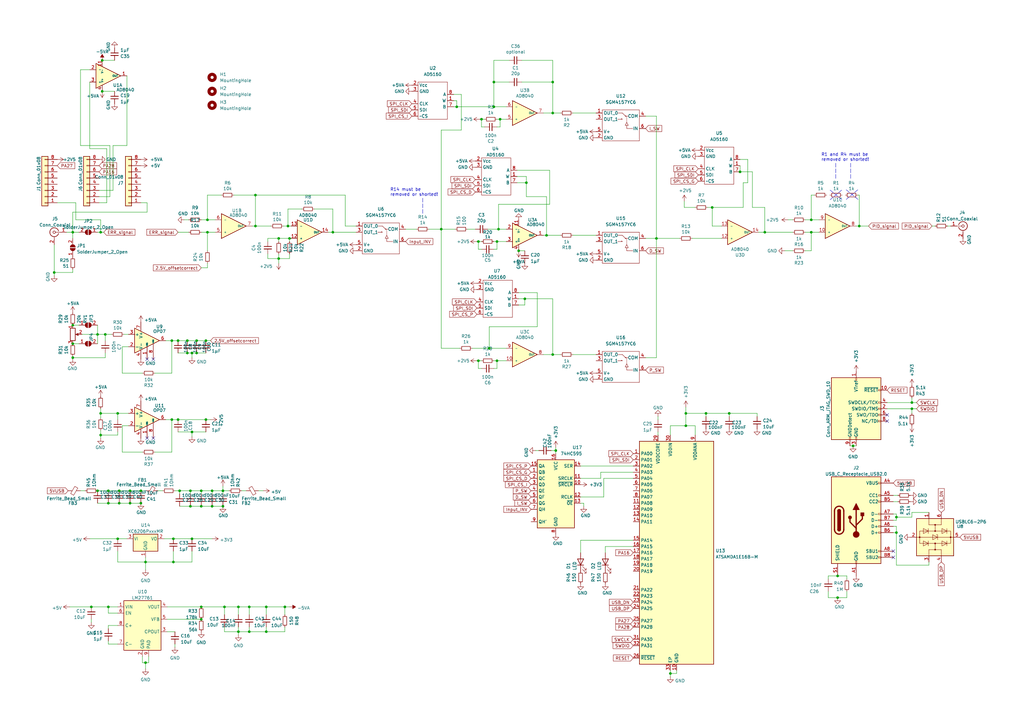
<source format=kicad_sch>
(kicad_sch (version 20211123) (generator eeschema)
  (paper "A3")
  (lib_symbols
    (symbol "74xx:74HC595"
      (property "Reference" "U" (at -7.62 13.97 0))
      (property "Value" "74HC595" (at -7.62 -16.51 0))
      (symbol "74HC595_1_0"
        (pin tri_state line (at 10.16 7.62 180) (length 2.54) (name "QB") (number "1"))
        (pin input line (at -10.16 2.54 0) (length 2.54) (name "~{SRCLR}") (number "10"))
        (pin input line (at -10.16 5.08 0) (length 2.54) (name "SRCLK") (number "11"))
        (pin input line (at -10.16 -2.54 0) (length 2.54) (name "RCLK") (number "12"))
        (pin input line (at -10.16 -5.08 0) (length 2.54) (name "~{OE}") (number "13"))
        (pin input line (at -10.16 10.16 0) (length 2.54) (name "SER") (number "14"))
        (pin tri_state line (at 10.16 10.16 180) (length 2.54) (name "QA") (number "15"))
        (pin power_in line (at 0 15.24 270) (length 2.54) (name "VCC") (number "16"))
        (pin tri_state line (at 10.16 5.08 180) (length 2.54) (name "QC") (number "2"))
        (pin tri_state line (at 10.16 2.54 180) (length 2.54) (name "QD") (number "3"))
        (pin tri_state line (at 10.16 0 180) (length 2.54) (name "QE") (number "4"))
        (pin tri_state line (at 10.16 -2.54 180) (length 2.54) (name "QF") (number "5"))
        (pin tri_state line (at 10.16 -5.08 180) (length 2.54) (name "QG") (number "6"))
        (pin tri_state line (at 10.16 -7.62 180) (length 2.54) (name "QH") (number "7"))
        (pin power_in line (at 0 -17.78 90) (length 2.54) (name "GND") (number "8"))
        (pin output line (at 10.16 -12.7 180) (length 2.54) (name "QH'") (number "9"))
      )
    )
    (symbol "AD5160:AD5160"
      (property "Reference" "U" (at 0 9.525 0))
      (property "Value" "AD5160" (at 0 12.065 0))
      (symbol "AD5160_1_1"
        (pin passive line (at 8.89 0 180) (length 2.54) (name "W") (number "1"))
        (pin power_in line (at -8.255 6.35 0) (length 2.54) (name "Vcc") (number "2"))
        (pin power_in line (at -8.255 3.81 0) (length 2.54) (name "GND") (number "3"))
        (pin input line (at -8.255 -1.27 0) (length 2.54) (name "CLK") (number "4"))
        (pin input line (at -8.255 -3.81 0) (length 2.54) (name "SDI") (number "5"))
        (pin input line (at -8.255 -6.35 0) (length 2.54) (name "~CS") (number "6"))
        (pin passive line (at 8.89 -2.54 180) (length 2.54) (name "B") (number "7"))
        (pin passive line (at 8.89 2.54 180) (length 2.54) (name "A") (number "8"))
      )
    )
    (symbol "Amplifier_Operational:OP07" (pin_names (offset 0.127))
      (property "Reference" "U" (at 1.27 6.35 0))
      (property "Value" "OP07" (at 1.27 3.81 0))
      (symbol "OP07_1_1"
        (pin input line (at 0 -7.62 90) (length 5.08) (name "VOS") (number "1"))
        (pin input line (at -7.62 -2.54 0) (length 2.54) (name "-") (number "2"))
        (pin input line (at -7.62 2.54 0) (length 2.54) (name "+") (number "3"))
        (pin power_in line (at -2.54 -7.62 90) (length 3.81) (name "V-") (number "4"))
        (pin no_connect line (at 0 2.54 270) (length 2.54) hide (name "NC") (number "5"))
        (pin output line (at 7.62 0 180) (length 2.54) (name "~") (number "6"))
        (pin power_in line (at -2.54 7.62 270) (length 3.81) (name "V+") (number "7"))
        (pin input line (at 2.54 -7.62 90) (length 6.35) (name "VOS") (number "8"))
      )
    )
    (symbol "Connector:Conn_ARM_JTAG_SWD_10" (pin_names (offset 1.016))
      (property "Reference" "J" (at -2.54 16.51 0))
      (property "Value" "Conn_ARM_JTAG_SWD_10" (at -2.54 13.97 0))
      (symbol "Conn_ARM_JTAG_SWD_10_1_1"
        (pin power_in line (at 0 15.24 270) (length 2.54) (name "VTref") (number "1"))
        (pin open_collector line (at 12.7 7.62 180) (length 2.54) (name "~{RESET}") (number "10"))
        (pin bidirectional line (at 12.7 0 180) (length 2.54) (name "SWDIO/TMS") (number "2"))
        (pin power_in line (at 0 -15.24 90) (length 2.54) (name "GND") (number "3"))
        (pin output line (at 12.7 2.54 180) (length 2.54) (name "SWDCLK/TCK") (number "4"))
        (pin passive line (at 0 -15.24 90) (length 2.54) hide (name "GND") (number "5"))
        (pin input line (at 12.7 -2.54 180) (length 2.54) (name "SWO/TDO") (number "6"))
        (pin no_connect line (at -10.16 0 0) (length 2.54) hide (name "KEY") (number "7"))
        (pin output line (at 12.7 -5.08 180) (length 2.54) (name "NC/TDI") (number "8"))
        (pin passive line (at -2.54 -15.24 90) (length 2.54) (name "GNDDetect") (number "9"))
      )
    )
    (symbol "Connector:Conn_Coaxial" (pin_names (offset 1.016) hide)
      (property "Reference" "J" (at 0.254 3.048 0))
      (property "Value" "Conn_Coaxial" (at 2.921 0 90))
      (symbol "Conn_Coaxial_1_1"
        (pin passive line (at -5.08 0 0) (length 2.54) (name "In") (number "1"))
        (pin passive line (at 0 -5.08 90) (length 2.54) (name "Ext") (number "2"))
      )
    )
    (symbol "Connector:USB_C_Receptacle_USB2.0" (pin_names (offset 1.016))
      (property "Reference" "J" (at -10.16 19.05 0))
      (property "Value" "USB_C_Receptacle_USB2.0" (at 19.05 19.05 0))
      (symbol "USB_C_Receptacle_USB2.0_1_1"
        (pin passive line (at 0 -22.86 90) (length 5.08) (name "GND") (number "A1"))
        (pin passive line (at 0 -22.86 90) (length 5.08) hide (name "GND") (number "A12"))
        (pin passive line (at 15.24 15.24 180) (length 5.08) (name "VBUS") (number "A4"))
        (pin bidirectional line (at 15.24 10.16 180) (length 5.08) (name "CC1") (number "A5"))
        (pin bidirectional line (at 15.24 -2.54 180) (length 5.08) (name "D+") (number "A6"))
        (pin bidirectional line (at 15.24 2.54 180) (length 5.08) (name "D-") (number "A7"))
        (pin bidirectional line (at 15.24 -12.7 180) (length 5.08) (name "SBU1") (number "A8"))
        (pin passive line (at 15.24 15.24 180) (length 5.08) hide (name "VBUS") (number "A9"))
        (pin passive line (at 0 -22.86 90) (length 5.08) hide (name "GND") (number "B1"))
        (pin passive line (at 0 -22.86 90) (length 5.08) hide (name "GND") (number "B12"))
        (pin passive line (at 15.24 15.24 180) (length 5.08) hide (name "VBUS") (number "B4"))
        (pin bidirectional line (at 15.24 7.62 180) (length 5.08) (name "CC2") (number "B5"))
        (pin bidirectional line (at 15.24 -5.08 180) (length 5.08) (name "D+") (number "B6"))
        (pin bidirectional line (at 15.24 0 180) (length 5.08) (name "D-") (number "B7"))
        (pin bidirectional line (at 15.24 -15.24 180) (length 5.08) (name "SBU2") (number "B8"))
        (pin passive line (at 15.24 15.24 180) (length 5.08) hide (name "VBUS") (number "B9"))
        (pin passive line (at -7.62 -22.86 90) (length 5.08) (name "SHIELD") (number "S1"))
      )
    )
    (symbol "Connector_Generic:Conn_01x08" (pin_names (offset 1.016) hide)
      (property "Reference" "J" (at 0 10.16 0))
      (property "Value" "Conn_01x08" (at 0 -12.7 0))
      (symbol "Conn_01x08_1_1"
        (pin passive line (at -5.08 7.62 0) (length 3.81) (name "Pin_1") (number "1"))
        (pin passive line (at -5.08 5.08 0) (length 3.81) (name "Pin_2") (number "2"))
        (pin passive line (at -5.08 2.54 0) (length 3.81) (name "Pin_3") (number "3"))
        (pin passive line (at -5.08 0 0) (length 3.81) (name "Pin_4") (number "4"))
        (pin passive line (at -5.08 -2.54 0) (length 3.81) (name "Pin_5") (number "5"))
        (pin passive line (at -5.08 -5.08 0) (length 3.81) (name "Pin_6") (number "6"))
        (pin passive line (at -5.08 -7.62 0) (length 3.81) (name "Pin_7") (number "7"))
        (pin passive line (at -5.08 -10.16 0) (length 3.81) (name "Pin_8") (number "8"))
      )
    )
    (symbol "Device:C_Small" (pin_numbers hide) (pin_names (offset 0.254) hide)
      (property "Reference" "C" (at 0.254 1.778 0))
      (property "Value" "C_Small" (at 0.254 -2.032 0))
      (symbol "C_Small_1_1"
        (pin passive line (at 0 2.54 270) (length 2.032) (name "~") (number "1"))
        (pin passive line (at 0 -2.54 90) (length 2.032) (name "~") (number "2"))
      )
    )
    (symbol "Device:FerriteBead_Small" (pin_numbers hide) (pin_names (offset 0))
      (property "Reference" "FB" (at 1.905 1.27 0))
      (property "Value" "FerriteBead_Small" (at 1.905 -1.27 0))
      (symbol "FerriteBead_Small_1_1"
        (pin passive line (at 0 2.54 270) (length 1.27) (name "~") (number "1"))
        (pin passive line (at 0 -2.54 90) (length 1.27) (name "~") (number "2"))
      )
    )
    (symbol "Device:LED" (pin_numbers hide) (pin_names (offset 1.016) hide)
      (property "Reference" "D" (at 0 2.54 0))
      (property "Value" "LED" (at 0 -2.54 0))
      (symbol "LED_1_1"
        (pin passive line (at -3.81 0 0) (length 2.54) (name "K") (number "1"))
        (pin passive line (at 3.81 0 180) (length 2.54) (name "A") (number "2"))
      )
    )
    (symbol "Device:R_Potentiometer" (pin_names (offset 1.016) hide)
      (property "Reference" "RV" (at -4.445 0 90))
      (property "Value" "R_Potentiometer" (at -2.54 0 90))
      (symbol "R_Potentiometer_1_1"
        (pin passive line (at 0 3.81 270) (length 1.27) (name "1") (number "1"))
        (pin passive line (at 3.81 0 180) (length 1.27) (name "2") (number "2"))
        (pin passive line (at 0 -3.81 90) (length 1.27) (name "3") (number "3"))
      )
    )
    (symbol "Device:R_Small" (pin_numbers hide) (pin_names (offset 0.254) hide)
      (property "Reference" "R" (at 0.762 0.508 0))
      (property "Value" "R_Small" (at 0.762 -1.016 0))
      (symbol "R_Small_1_1"
        (pin passive line (at 0 2.54 270) (length 0.762) (name "~") (number "1"))
        (pin passive line (at 0 -2.54 90) (length 0.762) (name "~") (number "2"))
      )
    )
    (symbol "Jumper:SolderJumper_2_Open" (pin_names (offset 0) hide)
      (property "Reference" "JP" (at 0 2.032 0))
      (property "Value" "SolderJumper_2_Open" (at 0 -2.54 0))
      (symbol "SolderJumper_2_Open_1_1"
        (pin passive line (at -3.81 0 0) (length 2.54) (name "A") (number "1"))
        (pin passive line (at 3.81 0 180) (length 2.54) (name "B") (number "2"))
      )
    )
    (symbol "MCU_Microchip_SAMD:ATSAMDA1E16B-M"
      (property "Reference" "U" (at -13.97 46.99 0))
      (property "Value" "ATSAMDA1E16B-M" (at 16.51 46.99 0))
      (symbol "ATSAMDA1E16B-M_1_1"
        (pin bidirectional line (at -17.78 40.64 0) (length 2.54) (name "PA00") (number "1"))
        (pin power_in line (at 0 -48.26 90) (length 2.54) (name "GND") (number "10"))
        (pin bidirectional line (at -17.78 20.32 0) (length 2.54) (name "PA08") (number "11"))
        (pin bidirectional line (at -17.78 17.78 0) (length 2.54) (name "PA09") (number "12"))
        (pin bidirectional line (at -17.78 15.24 0) (length 2.54) (name "PA10") (number "13"))
        (pin bidirectional line (at -17.78 12.7 0) (length 2.54) (name "PA11") (number "14"))
        (pin bidirectional line (at -17.78 5.08 0) (length 2.54) (name "PA14") (number "15"))
        (pin bidirectional line (at -17.78 2.54 0) (length 2.54) (name "PA15") (number "16"))
        (pin bidirectional line (at -17.78 0 0) (length 2.54) (name "PA16") (number "17"))
        (pin bidirectional line (at -17.78 -2.54 0) (length 2.54) (name "PA17") (number "18"))
        (pin bidirectional line (at -17.78 -5.08 0) (length 2.54) (name "PA18") (number "19"))
        (pin bidirectional line (at -17.78 38.1 0) (length 2.54) (name "PA01") (number "2"))
        (pin bidirectional line (at -17.78 -7.62 0) (length 2.54) (name "PA19") (number "20"))
        (pin bidirectional line (at -17.78 -15.24 0) (length 2.54) (name "PA22") (number "21"))
        (pin bidirectional line (at -17.78 -17.78 0) (length 2.54) (name "PA23") (number "22"))
        (pin bidirectional line (at -17.78 -20.32 0) (length 2.54) (name "PA24") (number "23"))
        (pin bidirectional line (at -17.78 -22.86 0) (length 2.54) (name "PA25") (number "24"))
        (pin bidirectional line (at -17.78 -27.94 0) (length 2.54) (name "PA27") (number "25"))
        (pin input line (at -17.78 -43.18 0) (length 2.54) (name "~{RESET}") (number "26"))
        (pin bidirectional line (at -17.78 -30.48 0) (length 2.54) (name "PA28") (number "27"))
        (pin passive line (at 0 -48.26 90) (length 2.54) hide (name "GND") (number "28"))
        (pin power_out line (at -7.62 48.26 270) (length 2.54) (name "VDDCORE") (number "29"))
        (pin bidirectional line (at -17.78 35.56 0) (length 2.54) (name "PA02") (number "3"))
        (pin power_in line (at -2.54 48.26 270) (length 2.54) (name "VDDIN") (number "30"))
        (pin bidirectional line (at -17.78 -35.56 0) (length 2.54) (name "PA30") (number "31"))
        (pin bidirectional line (at -17.78 -38.1 0) (length 2.54) (name "PA31") (number "32"))
        (pin passive line (at -2.54 -48.26 90) (length 2.54) (name "EP") (number "33"))
        (pin bidirectional line (at -17.78 33.02 0) (length 2.54) (name "PA03") (number "4"))
        (pin bidirectional line (at -17.78 30.48 0) (length 2.54) (name "PA04") (number "5"))
        (pin bidirectional line (at -17.78 27.94 0) (length 2.54) (name "PA05") (number "6"))
        (pin bidirectional line (at -17.78 25.4 0) (length 2.54) (name "PA06") (number "7"))
        (pin bidirectional line (at -17.78 22.86 0) (length 2.54) (name "PA07") (number "8"))
        (pin power_in line (at 7.62 48.26 270) (length 2.54) (name "VDDANA") (number "9"))
      )
    )
    (symbol "Mechanical:MountingHole" (pin_names (offset 1.016))
      (property "Reference" "H" (at 0 5.08 0))
      (property "Value" "MountingHole" (at 0 3.175 0))
    )
    (symbol "Power_Protection:USBLC6-2P6" (pin_names hide)
      (property "Reference" "U" (at 2.54 8.89 0))
      (property "Value" "USBLC6-2P6" (at 2.54 -8.89 0))
      (symbol "USBLC6-2P6_1_1"
        (pin passive line (at -10.16 -2.54 0) (length 2.54) (name "I/O1") (number "1"))
        (pin passive line (at 0 -10.16 90) (length 2.54) (name "GND") (number "2"))
        (pin passive line (at 10.16 -2.54 180) (length 2.54) (name "I/O2") (number "3"))
        (pin passive line (at 10.16 2.54 180) (length 2.54) (name "I/O2") (number "4"))
        (pin passive line (at 0 10.16 270) (length 2.54) (name "VBUS") (number "5"))
        (pin passive line (at -10.16 2.54 0) (length 2.54) (name "I/O1") (number "6"))
      )
    )
    (symbol "Regulator_Linear:XC6206PxxxMR" (pin_names (offset 0.254))
      (property "Reference" "U" (at -3.81 3.175 0))
      (property "Value" "XC6206PxxxMR" (at 0 3.175 0))
      (symbol "XC6206PxxxMR_1_1"
        (pin power_in line (at 0 -7.62 90) (length 2.54) (name "GND") (number "1"))
        (pin power_out line (at 7.62 0 180) (length 2.54) (name "VO") (number "2"))
        (pin power_in line (at -7.62 0 0) (length 2.54) (name "VI") (number "3"))
      )
    )
    (symbol "Regulator_SwitchedCapacitor:LM27761"
      (property "Reference" "U" (at -6.35 11.43 0))
      (property "Value" "LM27761" (at 3.302 11.43 0))
      (symbol "LM27761_1_1"
        (pin power_in line (at -10.16 7.62 0) (length 2.54) (name "VIN") (number "1"))
        (pin power_in line (at 0 -12.7 90) (length 2.54) (name "GND") (number "2"))
        (pin power_out line (at 10.16 -2.54 180) (length 2.54) (name "CPOUT") (number "3"))
        (pin power_out line (at 10.16 7.62 180) (length 2.54) (name "VOUT") (number "4"))
        (pin input line (at 10.16 2.54 180) (length 2.54) (name "VFB") (number "5"))
        (pin input line (at -10.16 5.08 0) (length 2.54) (name "EN") (number "6"))
        (pin passive line (at -10.16 -7.62 0) (length 2.54) (name "C-") (number "7"))
        (pin passive line (at -10.16 0 0) (length 2.54) (name "C+") (number "8"))
        (pin power_in line (at 2.54 -12.7 90) (length 2.54) (name "PAD") (number "9"))
      )
    )
    (symbol "SGM4157YC6:SGM4157YC6"
      (property "Reference" "U" (at 0 11.43 0))
      (property "Value" "SGM4157YC6" (at 0 8.89 0))
      (symbol "SGM4157YC6_1_1"
        (pin output line (at 10.16 5.08 180) (length 2.54) (name "OUT_0") (number "1"))
        (pin passive line (at 10.16 -5.08 180) (length 2.54) (name "GND") (number "2"))
        (pin output line (at 10.16 2.54 180) (length 2.54) (name "OUT_1") (number "3"))
        (pin input line (at -10.16 3.81 0) (length 2.54) (name "COM") (number "4"))
        (pin passive line (at 10.16 -2.54 180) (length 2.54) (name "V+") (number "5"))
        (pin input line (at -10.16 -1.27 0) (length 2.54) (name "IN") (number "6"))
      )
    )
    (symbol "lib_AD8034ARZ:AD8040" (pin_names (offset 1.016))
      (property "Reference" "U" (at 7.62 8.89 0))
      (property "Value" "AD8040" (at 7.62 6.35 0))
      (symbol "AD8040_1_1"
        (pin output line (at 10.16 0 180) (length 2.54) (name "OUT") (number "1"))
        (pin power_in line (at 0 -6.35 90) (length 2.54) (name "V-") (number "11"))
        (pin input line (at -5.08 -2.54 0) (length 2.54) (name "-") (number "2"))
        (pin input line (at -5.08 2.54 0) (length 2.54) (name "+") (number "3"))
        (pin power_in line (at 0 6.35 270) (length 2.54) (name "V+") (number "4"))
      )
      (symbol "AD8040_2_1"
        (pin input line (at -5.08 2.54 0) (length 2.54) (name "+") (number "5"))
        (pin input line (at -5.08 -2.54 0) (length 2.54) (name "-") (number "6"))
        (pin output line (at 10.16 0 180) (length 2.54) (name "OUT") (number "7"))
      )
      (symbol "AD8040_3_1"
        (pin input line (at -5.08 2.54 0) (length 2.54) (name "+") (number "10"))
        (pin output line (at 10.16 0 180) (length 2.54) (name "OUT") (number "8"))
        (pin input line (at -5.08 -2.54 0) (length 2.54) (name "-") (number "9"))
      )
      (symbol "AD8040_4_1"
        (pin input line (at -5.08 2.54 0) (length 2.54) (name "+") (number "12"))
        (pin input line (at -5.08 -2.54 0) (length 2.54) (name "-") (number "13"))
        (pin output line (at 10.16 0 180) (length 2.54) (name "OUT") (number "14"))
      )
    )
    (symbol "power:+2V5" (power) (pin_names (offset 0))
      (property "Value" "+2V5" (at 0 3.556 0))
      (symbol "+2V5_1_1"
        (pin power_in line (at 0 0 90) (length 0) hide (name "+2V5") (number "1"))
      )
    )
    (symbol "power:+3.3V" (power) (pin_names (offset 0))
      (property "Value" "+3.3V" (at 0 3.556 0))
      (symbol "+3.3V_1_1"
        (pin power_in line (at 0 0 90) (length 0) hide (name "+3V3") (number "1"))
      )
    )
    (symbol "power:+5V" (power) (pin_names (offset 0))
      (property "Value" "+5V" (at 0 3.556 0))
      (symbol "+5V_1_1"
        (pin power_in line (at 0 0 90) (length 0) hide (name "+5V") (number "1"))
      )
    )
    (symbol "power:+5VA" (power) (pin_names (offset 0))
      (property "Value" "+5VA" (at 0 3.556 0))
      (symbol "+5VA_1_1"
        (pin power_in line (at 0 0 90) (length 0) hide (name "+5VA") (number "1"))
      )
    )
    (symbol "power:-5VA" (power) (pin_names (offset 0))
      (property "Value" "-5VA" (at 0 3.81 0))
      (symbol "-5VA_0_0"
        (pin power_in line (at 0 0 90) (length 0) hide (name "-5VA") (number "1"))
      )
    )
    (symbol "power:GND" (power) (pin_names (offset 0))
      (property "Value" "GND" (at 0 -3.81 0))
      (symbol "GND_1_1"
        (pin power_in line (at 0 0 270) (length 0) hide (name "GND") (number "1"))
      )
    )
  )
  (junction (at 349.885 182.88))
  (junction (at 281.305 169.545))
  (junction (at 44.45 248.92))
  (junction (at 116.84 248.92))
  (junction (at 40.005 137.16))
  (junction (at 269.24 97.79))
  (junction (at 114.3 97.79))
  (junction (at 22.225 111.76))
  (junction (at 367.665 218.44))
  (junction (at 41.275 95.25))
  (junction (at 224.155 96.52))
  (junction (at 374.015 165.1))
  (junction (at 41.275 169.545))
  (junction (at 104.775 92.71))
  (junction (at 292.1 85.09))
  (junction (at 57.785 206.375))
  (junction (at 215.265 122.555))
  (junction (at 76.835 144.78))
  (junction (at 203.835 99.06))
  (junction (at 109.22 248.92))
  (junction (at 274.955 276.225))
  (junction (at 226.695 33.655))
  (junction (at 53.34 206.375))
  (junction (at 48.26 169.545))
  (junction (at 40.005 201.295))
  (junction (at 343.535 236.22))
  (junction (at 78.74 220.98))
  (junction (at 109.22 259.08))
  (junction (at 203.835 147.955))
  (junction (at 41.91 37.465))
  (junction (at 114.3 106.045))
  (junction (at 187.325 43.815))
  (junction (at 44.45 206.375))
  (junction (at 215.9 74.93))
  (junction (at 196.215 147.955))
  (junction (at 82.55 207.645))
  (junction (at 37.465 248.92))
  (junction (at 136.525 95.25))
  (junction (at 200.66 142.875))
  (junction (at 48.26 220.98))
  (junction (at 226.695 145.415))
  (junction (at 85.09 90.17))
  (junction (at 44.45 201.295))
  (junction (at 212.725 102.87))
  (junction (at 53.34 201.295))
  (junction (at 80.645 144.78))
  (junction (at 289.56 169.545))
  (junction (at 97.79 259.08))
  (junction (at 102.235 248.92))
  (junction (at 202.565 33.655))
  (junction (at 29.845 95.25))
  (junction (at 70.485 139.7))
  (junction (at 85.09 95.25))
  (junction (at 78.105 207.645))
  (junction (at 367.665 212.09))
  (junction (at 78.74 177.165))
  (junction (at 48.895 206.375))
  (junction (at 102.235 259.08))
  (junction (at 205.105 48.895))
  (junction (at 86.995 201.295))
  (junction (at 29.845 133.35))
  (junction (at 48.895 201.295))
  (junction (at 82.55 248.92))
  (junction (at 73.025 172.085))
  (junction (at 71.12 220.98))
  (junction (at 226.695 46.355))
  (junction (at 104.775 80.01))
  (junction (at 313.69 95.25))
  (junction (at 73.025 139.7))
  (junction (at 78.105 201.295))
  (junction (at 41.91 24.765))
  (junction (at 76.835 139.7))
  (junction (at 118.11 92.71))
  (junction (at 80.645 139.7))
  (junction (at 59.69 271.78))
  (junction (at 92.075 248.92))
  (junction (at 91.44 207.645))
  (junction (at 227.965 184.785))
  (junction (at 180.975 93.98))
  (junction (at 43.18 137.16))
  (junction (at 281.305 174.625))
  (junction (at 82.55 201.295))
  (junction (at 204.47 93.98))
  (junction (at 73.66 201.295))
  (junction (at 84.455 139.7))
  (junction (at 196.215 99.06))
  (junction (at 86.995 207.645))
  (junction (at 299.085 169.545))
  (junction (at 202.565 43.815))
  (junction (at 71.12 230.505))
  (junction (at 97.79 248.92))
  (junction (at 78.74 144.78))
  (junction (at 332.74 95.25))
  (junction (at 118.745 97.79))
  (junction (at 343.535 245.11))
  (junction (at 84.455 172.085))
  (junction (at 70.485 172.085))
  (junction (at 197.485 48.895))
  (junction (at 82.55 254))
  (junction (at 29.845 146.685))
  (junction (at 41.275 178.435))
  (junction (at 374.015 167.64))
  (junction (at 57.785 201.295))
  (junction (at 91.44 201.295))
  (junction (at 303.53 70.485))
  (junction (at 29.845 140.97))
  (junction (at 332.74 90.17))
  (junction (at 59.69 230.505))
  (junction (at 352.425 92.71))
  (no_connect (at 62.865 179.705))
  (no_connect (at 366.395 226.06))
  (no_connect (at 366.395 228.6))
  (no_connect (at 363.855 172.72))
  (no_connect (at 363.855 170.18))
  (no_connect (at 62.865 147.32))
  (no_connect (at 60.325 147.32))
  (no_connect (at 60.325 179.705))
  (wire (pts (xy 321.945 102.87) (xy 325.12 102.87)))
  (wire (pts (xy 269.24 97.79) (xy 278.765 97.79)))
  (wire (pts (xy 80.645 144.78) (xy 84.455 144.78)))
  (wire (pts (xy 41.275 176.53) (xy 41.275 178.435)))
  (wire (pts (xy 281.305 174.625) (xy 285.115 174.625)))
  (wire (pts (xy 40.005 137.16) (xy 43.18 137.16)))
  (wire (pts (xy 40.005 95.25) (xy 41.275 95.25)))
  (wire (pts (xy 114.3 99.06) (xy 114.3 97.79)))
  (wire (pts (xy 283.845 97.79) (xy 295.91 97.79)))
  (wire (pts (xy 29.845 146.685) (xy 29.845 147.32)))
  (wire (pts (xy 269.24 146.685) (xy 269.24 97.79)))
  (wire (pts (xy 48.26 169.545) (xy 52.705 169.545)))
  (wire (pts (xy 367.665 218.44) (xy 367.665 231.775)))
  (wire (pts (xy 92.075 257.175) (xy 92.075 259.08)))
  (polyline (pts (xy 348.869 66.929) (xy 348.869 73.279)))
  (wire (pts (xy 48.895 201.295) (xy 53.34 201.295)))
  (wire (pts (xy 180.975 53.34) (xy 189.23 53.34)))
  (wire (pts (xy 225.425 69.85) (xy 225.425 83.82)))
  (wire (pts (xy 41.275 169.545) (xy 41.275 171.45)))
  (wire (pts (xy 388.62 92.71) (xy 389.89 92.71)))
  (wire (pts (xy 75.565 90.17) (xy 77.47 90.17)))
  (wire (pts (xy 80.645 139.7) (xy 84.455 139.7)))
  (wire (pts (xy 136.525 95.25) (xy 146.05 95.25)))
  (wire (pts (xy 114.3 106.045) (xy 114.3 107.95)))
  (wire (pts (xy 136.525 85.725) (xy 136.525 95.25)))
  (wire (pts (xy 313.69 85.09) (xy 313.69 95.25)))
  (wire (pts (xy 308.61 85.09) (xy 313.69 85.09)))
  (wire (pts (xy 22.225 100.33) (xy 22.225 111.76)))
  (wire (pts (xy 202.565 99.06) (xy 203.835 99.06)))
  (wire (pts (xy 205.105 52.07) (xy 205.105 48.895)))
  (wire (pts (xy 203.835 147.955) (xy 207.645 147.955)))
  (wire (pts (xy 212.725 122.555) (xy 215.265 122.555)))
  (wire (pts (xy 78.74 220.98) (xy 86.995 220.98)))
  (wire (pts (xy 33.655 137.16) (xy 40.005 137.16)))
  (wire (pts (xy 310.515 169.545) (xy 310.515 170.815)))
  (wire (pts (xy 323.215 90.17) (xy 325.12 90.17)))
  (wire (pts (xy 86.995 201.295) (xy 86.995 202.565)))
  (wire (pts (xy 203.835 52.07) (xy 205.105 52.07)))
  (wire (pts (xy 91.44 201.295) (xy 91.44 202.565)))
  (wire (pts (xy 374.015 167.64) (xy 375.92 167.64)))
  (wire (pts (xy 332.74 80.01) (xy 334.01 80.01)))
  (wire (pts (xy 205.105 48.895) (xy 207.645 48.895)))
  (wire (pts (xy 202.565 147.955) (xy 203.835 147.955)))
  (wire (pts (xy 48.26 177.165) (xy 48.26 178.435)))
  (wire (pts (xy 141.605 80.01) (xy 141.605 92.71)))
  (wire (pts (xy 116.84 259.08) (xy 116.84 257.175)))
  (wire (pts (xy 82.55 90.17) (xy 85.09 90.17)))
  (wire (pts (xy 50.165 174.625) (xy 50.165 185.42)))
  (wire (pts (xy 136.525 95.25) (xy 134.62 95.25)))
  (wire (pts (xy 109.22 252.095) (xy 109.22 248.92)))
  (wire (pts (xy 48.26 226.06) (xy 48.26 230.505)))
  (wire (pts (xy 187.325 43.815) (xy 202.565 43.815)))
  (wire (pts (xy 50.8 137.16) (xy 52.705 137.16)))
  (wire (pts (xy 116.84 248.92) (xy 118.745 248.92)))
  (wire (pts (xy 107.95 201.295) (xy 106.045 201.295)))
  (wire (pts (xy 303.53 65.405) (xy 306.705 65.405)))
  (wire (pts (xy 85.09 80.01) (xy 90.805 80.01)))
  (wire (pts (xy 97.79 248.92) (xy 97.79 252.095)))
  (wire (pts (xy 71.12 220.98) (xy 78.74 220.98)))
  (wire (pts (xy 313.69 95.25) (xy 311.15 95.25)))
  (wire (pts (xy 197.485 52.07) (xy 197.485 48.895)))
  (wire (pts (xy 91.44 199.39) (xy 91.44 201.295)))
  (wire (pts (xy 366.395 203.2) (xy 368.3 203.2)))
  (wire (pts (xy 248.285 224.155) (xy 248.285 226.695)))
  (wire (pts (xy 352.425 92.71) (xy 351.155 92.71)))
  (wire (pts (xy 37.465 248.92) (xy 44.45 248.92)))
  (wire (pts (xy 78.74 177.165) (xy 78.74 179.07)))
  (wire (pts (xy 366.395 213.36) (xy 367.665 213.36)))
  (wire (pts (xy 292.1 92.71) (xy 292.1 85.09)))
  (wire (pts (xy 78.105 201.295) (xy 78.105 202.565)))
  (wire (pts (xy 374.015 169.545) (xy 374.015 167.64)))
  (wire (pts (xy 104.775 80.01) (xy 141.605 80.01)))
  (wire (pts (xy 308.61 70.485) (xy 308.61 85.09)))
  (wire (pts (xy 204.47 93.98) (xy 207.645 93.98)))
  (wire (pts (xy 289.56 169.545) (xy 289.56 170.815)))
  (wire (pts (xy 226.695 33.655) (xy 226.695 46.355)))
  (wire (pts (xy 41.275 178.435) (xy 41.275 179.705)))
  (wire (pts (xy 238.125 221.615) (xy 238.125 226.695)))
  (wire (pts (xy 78.74 177.165) (xy 84.455 177.165)))
  (wire (pts (xy 226.695 46.355) (xy 229.87 46.355)))
  (wire (pts (xy 45.085 80.645) (xy 40.64 80.645)))
  (wire (pts (xy 203.835 102.235) (xy 203.835 99.06)))
  (wire (pts (xy 70.485 139.7) (xy 73.025 139.7)))
  (wire (pts (xy 343.535 236.22) (xy 339.725 236.22)))
  (wire (pts (xy 43.18 146.685) (xy 43.18 144.78)))
  (wire (pts (xy 313.69 95.25) (xy 325.12 95.25)))
  (wire (pts (xy 52.07 59.69) (xy 46.355 59.69)))
  (wire (pts (xy 78.74 230.505) (xy 78.74 226.06)))
  (wire (pts (xy 78.74 144.78) (xy 80.645 144.78)))
  (wire (pts (xy 374.015 212.09) (xy 374.015 210.185)))
  (wire (pts (xy 367.665 212.09) (xy 374.015 212.09)))
  (wire (pts (xy 73.025 172.085) (xy 84.455 172.085)))
  (wire (pts (xy 208.915 24.765) (xy 202.565 24.765)))
  (wire (pts (xy 349.885 182.88) (xy 351.155 182.88)))
  (wire (pts (xy 48.26 172.085) (xy 48.26 169.545)))
  (wire (pts (xy 238.125 191.135) (xy 259.715 191.135)))
  (wire (pts (xy 67.945 172.085) (xy 70.485 172.085)))
  (wire (pts (xy 259.715 221.615) (xy 238.125 221.615)))
  (wire (pts (xy 85.09 90.17) (xy 88.265 90.17)))
  (wire (pts (xy 343.535 236.22) (xy 347.345 236.22)))
  (wire (pts (xy 58.42 269.24) (xy 58.42 271.78)))
  (wire (pts (xy 40.005 201.295) (xy 44.45 201.295)))
  (wire (pts (xy 109.22 257.175) (xy 109.22 259.08)))
  (wire (pts (xy 367.665 212.09) (xy 367.665 210.82)))
  (wire (pts (xy 332.74 90.17) (xy 332.74 80.01)))
  (wire (pts (xy 374.015 163.195) (xy 374.015 165.1)))
  (wire (pts (xy 281.305 167.005) (xy 281.305 169.545)))
  (wire (pts (xy 114.3 104.14) (xy 114.3 106.045)))
  (wire (pts (xy 382.27 92.71) (xy 383.54 92.71)))
  (wire (pts (xy 363.855 165.1) (xy 374.015 165.1)))
  (wire (pts (xy 234.95 96.52) (xy 244.475 96.52)))
  (wire (pts (xy 202.565 43.815) (xy 207.645 43.815)))
  (wire (pts (xy 95.885 80.01) (xy 104.775 80.01)))
  (wire (pts (xy 71.12 230.505) (xy 78.74 230.505)))
  (wire (pts (xy 48.895 206.375) (xy 53.34 206.375)))
  (wire (pts (xy 200.66 133.985) (xy 220.345 133.985)))
  (wire (pts (xy 44.45 264.16) (xy 48.26 264.16)))
  (wire (pts (xy 226.695 122.555) (xy 226.695 145.415)))
  (wire (pts (xy 212.725 120.015) (xy 220.345 120.015)))
  (wire (pts (xy 196.215 151.13) (xy 196.215 147.955)))
  (wire (pts (xy 43.815 83.185) (xy 40.64 83.185)))
  (wire (pts (xy 299.085 169.545) (xy 289.56 169.545)))
  (wire (pts (xy 52.705 174.625) (xy 50.165 174.625)))
  (wire (pts (xy 274.955 276.225) (xy 277.495 276.225)))
  (wire (pts (xy 109.855 104.14) (xy 109.855 106.045)))
  (wire (pts (xy 36.83 28.575) (xy 33.02 28.575)))
  (wire (pts (xy 226.695 24.765) (xy 226.695 33.655)))
  (wire (pts (xy 85.09 102.87) (xy 85.09 95.25)))
  (wire (pts (xy 175.895 93.98) (xy 180.975 93.98)))
  (wire (pts (xy 33.02 28.575) (xy 33.02 59.69)))
  (wire (pts (xy 193.675 142.875) (xy 200.66 142.875)))
  (wire (pts (xy 304.8 85.09) (xy 304.8 74.93)))
  (wire (pts (xy 246.38 196.215) (xy 238.125 196.215)))
  (wire (pts (xy 40.005 133.35) (xy 40.005 137.16)))
  (wire (pts (xy 196.215 99.06) (xy 197.485 99.06)))
  (wire (pts (xy 374.015 210.185) (xy 381 210.185)))
  (wire (pts (xy 53.34 206.375) (xy 57.785 206.375)))
  (wire (pts (xy 195.58 147.955) (xy 196.215 147.955)))
  (wire (pts (xy 274.955 274.955) (xy 274.955 276.225)))
  (wire (pts (xy 226.695 46.355) (xy 222.885 46.355)))
  (wire (pts (xy 27.305 95.25) (xy 29.845 95.25)))
  (wire (pts (xy 222.885 145.415) (xy 226.695 145.415)))
  (wire (pts (xy 76.835 139.7) (xy 80.645 139.7)))
  (wire (pts (xy 60.325 83.185) (xy 57.785 83.185)))
  (wire (pts (xy 204.47 93.98) (xy 204.47 83.82)))
  (wire (pts (xy 247.65 196.215) (xy 259.715 196.215)))
  (wire (pts (xy 73.025 95.25) (xy 77.47 95.25)))
  (wire (pts (xy 41.275 95.25) (xy 42.545 95.25)))
  (wire (pts (xy 97.79 259.08) (xy 97.79 260.35)))
  (wire (pts (xy 59.69 230.505) (xy 71.12 230.505)))
  (wire (pts (xy 191.77 93.98) (xy 194.945 93.98)))
  (wire (pts (xy 332.74 102.87) (xy 332.74 95.25)))
  (polyline (pts (xy 345.186 77.978) (xy 340.487 81.915)))
  (wire (pts (xy 58.42 271.78) (xy 59.69 271.78)))
  (wire (pts (xy 41.275 169.545) (xy 48.26 169.545)))
  (wire (pts (xy 374.015 165.1) (xy 375.92 165.1)))
  (wire (pts (xy 215.9 72.39) (xy 215.9 74.93)))
  (wire (pts (xy 118.11 92.71) (xy 119.38 92.71)))
  (wire (pts (xy 57.785 201.295) (xy 59.69 201.295)))
  (wire (pts (xy 78.105 201.295) (xy 82.55 201.295)))
  (wire (pts (xy 366.395 218.44) (xy 367.665 218.44)))
  (wire (pts (xy 50.165 185.42) (xy 58.42 185.42)))
  (wire (pts (xy 238.125 206.375) (xy 239.395 206.375)))
  (wire (pts (xy 68.58 248.92) (xy 82.55 248.92)))
  (wire (pts (xy 40.005 137.16) (xy 40.005 140.97)))
  (wire (pts (xy 82.55 201.295) (xy 82.55 202.565)))
  (wire (pts (xy 269.875 170.815) (xy 269.875 172.085)))
  (wire (pts (xy 330.2 102.87) (xy 332.74 102.87)))
  (wire (pts (xy 215.265 125.095) (xy 212.725 125.095)))
  (wire (pts (xy 73.66 201.295) (xy 73.66 202.565)))
  (wire (pts (xy 109.855 106.045) (xy 114.3 106.045)))
  (wire (pts (xy 118.745 97.79) (xy 118.745 99.06)))
  (wire (pts (xy 73.025 139.7) (xy 76.835 139.7)))
  (wire (pts (xy 330.2 90.17) (xy 332.74 90.17)))
  (wire (pts (xy 28.575 248.92) (xy 37.465 248.92)))
  (wire (pts (xy 280.67 85.09) (xy 285.115 85.09)))
  (wire (pts (xy 203.835 99.06) (xy 207.645 99.06)))
  (wire (pts (xy 196.85 48.895) (xy 197.485 48.895)))
  (wire (pts (xy 78.74 144.78) (xy 78.74 146.685)))
  (wire (pts (xy 84.455 139.7) (xy 86.36 139.7)))
  (wire (pts (xy 50.165 153.035) (xy 58.42 153.035)))
  (wire (pts (xy 91.44 201.295) (xy 93.98 201.295)))
  (wire (pts (xy 50.165 142.24) (xy 50.165 153.035)))
  (wire (pts (xy 52.705 142.24) (xy 50.165 142.24)))
  (wire (pts (xy 247.65 203.835) (xy 238.125 203.835)))
  (wire (pts (xy 234.95 145.415) (xy 244.475 145.415)))
  (wire (pts (xy 59.69 230.505) (xy 59.69 233.68)))
  (wire (pts (xy 29.845 95.25) (xy 32.385 95.25)))
  (wire (pts (xy 109.855 97.79) (xy 114.3 97.79)))
  (wire (pts (xy 367.665 215.9) (xy 367.665 218.44)))
  (wire (pts (xy 97.79 257.175) (xy 97.79 259.08)))
  (wire (pts (xy 63.5 185.42) (xy 70.485 185.42)))
  (wire (pts (xy 114.3 106.045) (xy 118.745 106.045)))
  (wire (pts (xy 76.835 144.78) (xy 78.74 144.78)))
  (wire (pts (xy 52.07 31.115) (xy 52.07 59.69)))
  (wire (pts (xy 180.975 142.875) (xy 188.595 142.875)))
  (wire (pts (xy 92.075 248.92) (xy 92.075 252.095)))
  (wire (pts (xy 202.565 24.765) (xy 202.565 33.655)))
  (wire (pts (xy 367.665 213.36) (xy 367.665 212.09)))
  (wire (pts (xy 264.795 97.79) (xy 269.24 97.79)))
  (wire (pts (xy 82.55 95.25) (xy 85.09 95.25)))
  (wire (pts (xy 195.58 99.06) (xy 196.215 99.06)))
  (wire (pts (xy 366.395 215.9) (xy 367.665 215.9)))
  (wire (pts (xy 44.45 206.375) (xy 48.895 206.375)))
  (wire (pts (xy 78.105 207.645) (xy 82.55 207.645)))
  (wire (pts (xy 269.24 97.79) (xy 269.24 47.625)))
  (wire (pts (xy 381 231.775) (xy 381 230.505)))
  (wire (pts (xy 37.465 254) (xy 37.465 255.27)))
  (wire (pts (xy 200.025 93.98) (xy 204.47 93.98)))
  (wire (pts (xy 227.965 184.785) (xy 227.965 186.055)))
  (wire (pts (xy 70.485 185.42) (xy 70.485 172.085)))
  (wire (pts (xy 219.71 184.785) (xy 220.98 184.785)))
  (wire (pts (xy 224.155 80.645) (xy 224.155 96.52)))
  (wire (pts (xy 226.06 184.785) (xy 227.965 184.785)))
  (wire (pts (xy 224.155 96.52) (xy 229.87 96.52)))
  (wire (pts (xy 73.025 177.165) (xy 78.74 177.165)))
  (wire (pts (xy 29.845 133.35) (xy 32.385 133.35)))
  (wire (pts (xy 67.31 220.98) (xy 71.12 220.98)))
  (wire (pts (xy 227.965 183.515) (xy 227.965 184.785)))
  (wire (pts (xy 202.565 151.13) (xy 203.835 151.13)))
  (wire (pts (xy 97.79 248.92) (xy 102.235 248.92)))
  (wire (pts (xy 215.9 74.93) (xy 215.9 80.645)))
  (wire (pts (xy 304.8 74.93) (xy 306.705 74.93)))
  (wire (pts (xy 29.845 86.995) (xy 29.845 95.25)))
  (wire (pts (xy 109.22 259.08) (xy 116.84 259.08)))
  (wire (pts (xy 44.45 262.89) (xy 44.45 264.16)))
  (wire (pts (xy 212.725 102.87) (xy 215.265 102.87)))
  (wire (pts (xy 200.66 142.875) (xy 207.645 142.875)))
  (wire (pts (xy 212.09 69.85) (xy 225.425 69.85)))
  (wire (pts (xy 259.715 193.675) (xy 246.38 193.675)))
  (wire (pts (xy 36.83 220.98) (xy 48.26 220.98)))
  (polyline (pts (xy 342.773 66.929) (xy 342.773 73.279)))
  (wire (pts (xy 141.605 92.71) (xy 146.05 92.71)))
  (wire (pts (xy 71.12 230.505) (xy 71.12 226.06)))
  (wire (pts (xy 33.02 59.69) (xy 45.085 59.69)))
  (wire (pts (xy 41.91 24.765) (xy 46.99 24.765)))
  (wire (pts (xy 109.22 248.92) (xy 116.84 248.92)))
  (wire (pts (xy 53.34 201.295) (xy 57.785 201.295)))
  (wire (pts (xy 215.265 122.555) (xy 226.695 122.555)))
  (wire (pts (xy 22.225 111.76) (xy 22.225 113.03)))
  (wire (pts (xy 104.775 80.01) (xy 104.775 92.71)))
  (wire (pts (xy 290.195 85.09) (xy 292.1 85.09)))
  (wire (pts (xy 351.79 80.01) (xy 352.425 80.01)))
  (wire (pts (xy 203.835 151.13) (xy 203.835 147.955)))
  (wire (pts (xy 63.5 153.035) (xy 70.485 153.035)))
  (wire (pts (xy 226.695 145.415) (xy 229.87 145.415)))
  (polyline (pts (xy 173.355 81.28) (xy 173.355 87.63)))
  (wire (pts (xy 330.2 95.25) (xy 332.74 95.25)))
  (wire (pts (xy 102.235 248.92) (xy 102.235 252.095)))
  (wire (pts (xy 180.975 53.34) (xy 180.975 93.98)))
  (wire (pts (xy 44.45 251.46) (xy 48.26 251.46)))
  (wire (pts (xy 82.55 207.645) (xy 86.995 207.645)))
  (wire (pts (xy 41.275 90.17) (xy 41.275 95.25)))
  (wire (pts (xy 85.09 95.25) (xy 88.265 95.25)))
  (wire (pts (xy 274.955 174.625) (xy 281.305 174.625)))
  (wire (pts (xy 186.055 41.275) (xy 187.325 41.275)))
  (wire (pts (xy 33.02 201.295) (xy 34.925 201.295)))
  (wire (pts (xy 118.11 85.725) (xy 123.825 85.725)))
  (wire (pts (xy 104.775 92.71) (xy 111.125 92.71)))
  (wire (pts (xy 212.09 74.93) (xy 215.9 74.93)))
  (wire (pts (xy 60.96 269.24) (xy 60.96 271.78)))
  (wire (pts (xy 202.565 33.655) (xy 202.565 43.815)))
  (wire (pts (xy 239.395 206.375) (xy 239.395 207.645)))
  (wire (pts (xy 41.91 37.465) (xy 46.99 37.465)))
  (wire (pts (xy 114.3 97.79) (xy 118.745 97.79)))
  (wire (pts (xy 73.66 201.295) (xy 78.105 201.295)))
  (wire (pts (xy 306.705 74.93) (xy 306.705 65.405)))
  (wire (pts (xy 246.38 193.675) (xy 246.38 196.215)))
  (wire (pts (xy 48.26 256.54) (xy 44.45 256.54)))
  (wire (pts (xy 292.1 85.09) (xy 304.8 85.09)))
  (wire (pts (xy 269.24 47.625) (xy 264.795 47.625)))
  (wire (pts (xy 29.845 111.76) (xy 22.225 111.76)))
  (wire (pts (xy 41.275 178.435) (xy 48.26 178.435)))
  (wire (pts (xy 82.55 248.92) (xy 92.075 248.92)))
  (wire (pts (xy 102.235 257.175) (xy 102.235 259.08)))
  (wire (pts (xy 212.09 72.39) (xy 215.9 72.39)))
  (wire (pts (xy 222.885 96.52) (xy 224.155 96.52)))
  (wire (pts (xy 92.075 248.92) (xy 97.79 248.92)))
  (wire (pts (xy 36.83 60.96) (xy 43.815 60.96)))
  (wire (pts (xy 339.725 245.11) (xy 343.535 245.11)))
  (wire (pts (xy 166.37 93.98) (xy 170.815 93.98)))
  (wire (pts (xy 59.69 228.6) (xy 59.69 230.505)))
  (wire (pts (xy 84.455 172.085) (xy 86.36 172.085)))
  (wire (pts (xy 339.725 236.22) (xy 339.725 237.49)))
  (wire (pts (xy 198.755 52.07) (xy 197.485 52.07)))
  (wire (pts (xy 36.83 33.655) (xy 36.83 60.96)))
  (wire (pts (xy 109.855 99.06) (xy 109.855 97.79)))
  (wire (pts (xy 67.945 139.7) (xy 70.485 139.7)))
  (wire (pts (xy 73.025 144.78) (xy 76.835 144.78)))
  (wire (pts (xy 43.815 60.96) (xy 43.815 83.185)))
  (wire (pts (xy 352.425 92.71) (xy 356.235 92.71)))
  (wire (pts (xy 48.26 230.505) (xy 59.69 230.505)))
  (wire (pts (xy 45.085 59.69) (xy 45.085 80.645)))
  (wire (pts (xy 29.845 146.05) (xy 29.845 146.685)))
  (wire (pts (xy 97.79 259.08) (xy 102.235 259.08)))
  (wire (pts (xy 116.84 252.095) (xy 116.84 248.92)))
  (wire (pts (xy 367.665 231.775) (xy 381 231.775)))
  (wire (pts (xy 40.64 78.105) (xy 46.355 78.105)))
  (wire (pts (xy 303.53 67.945) (xy 303.53 70.485)))
  (wire (pts (xy 234.95 46.355) (xy 244.475 46.355)))
  (wire (pts (xy 118.11 92.71) (xy 118.11 85.725)))
  (wire (pts (xy 64.77 201.295) (xy 66.675 201.295)))
  (wire (pts (xy 85.09 107.95) (xy 85.09 109.855)))
  (wire (pts (xy 215.265 122.555) (xy 215.265 125.095)))
  (wire (pts (xy 118.745 104.14) (xy 118.745 106.045)))
  (wire (pts (xy 102.235 259.08) (xy 109.22 259.08)))
  (wire (pts (xy 100.965 201.295) (xy 99.06 201.295)))
  (wire (pts (xy 118.745 97.79) (xy 119.38 97.79)))
  (wire (pts (xy 43.18 137.16) (xy 45.72 137.16)))
  (wire (pts (xy 295.91 92.71) (xy 292.1 92.71)))
  (wire (pts (xy 352.425 80.01) (xy 352.425 92.71)))
  (wire (pts (xy 215.9 80.645) (xy 224.155 80.645)))
  (wire (pts (xy 86.995 207.645) (xy 91.44 207.645)))
  (wire (pts (xy 332.74 90.17) (xy 335.915 90.17)))
  (wire (pts (xy 280.67 82.55) (xy 280.67 85.09)))
  (wire (pts (xy 48.26 220.98) (xy 52.07 220.98)))
  (wire (pts (xy 92.075 259.08) (xy 97.79 259.08)))
  (wire (pts (xy 44.45 248.92) (xy 48.26 248.92)))
  (wire (pts (xy 186.055 43.815) (xy 187.325 43.815)))
  (wire (pts (xy 71.755 264.16) (xy 71.755 265.43)))
  (wire (pts (xy 299.085 170.815) (xy 299.085 169.545)))
  (wire (pts (xy 29.845 146.685) (xy 43.18 146.685)))
  (wire (pts (xy 59.69 271.78) (xy 60.96 271.78)))
  (wire (pts (xy 68.58 254) (xy 82.55 254)))
  (wire (pts (xy 29.845 140.97) (xy 32.385 140.97)))
  (wire (pts (xy 264.795 146.685) (xy 269.24 146.685)))
  (wire (pts (xy 197.485 102.235) (xy 196.215 102.235)))
  (wire (pts (xy 196.215 147.955) (xy 197.485 147.955)))
  (wire (pts (xy 213.995 24.765) (xy 226.695 24.765)))
  (wire (pts (xy 202.565 102.235) (xy 203.835 102.235)))
  (wire (pts (xy 23.495 83.185) (xy 31.115 83.185)))
  (wire (pts (xy 116.205 92.71) (xy 118.11 92.71)))
  (wire (pts (xy 332.74 95.25) (xy 335.915 95.25)))
  (wire (pts (xy 367.665 210.82) (xy 366.395 210.82)))
  (wire (pts (xy 46.355 59.69) (xy 46.355 78.105)))
  (wire (pts (xy 196.215 102.235) (xy 196.215 99.06)))
  (wire (pts (xy 339.725 242.57) (xy 339.725 245.11)))
  (wire (pts (xy 277.495 276.225) (xy 277.495 274.955)))
  (polyline (pts (xy 347.091 77.851) (xy 351.917 81.788)))
  (polyline (pts (xy 351.79 77.851) (xy 347.091 81.788)))
  (wire (pts (xy 202.565 33.655) (xy 208.915 33.655)))
  (wire (pts (xy 31.115 90.17) (xy 41.275 90.17)))
  (wire (pts (xy 68.58 259.08) (xy 71.755 259.08)))
  (wire (pts (xy 44.45 256.54) (xy 44.45 257.81)))
  (wire (pts (xy 347.345 242.57) (xy 347.345 245.11)))
  (wire (pts (xy 29.845 110.49) (xy 29.845 111.76)))
  (wire (pts (xy 366.395 205.74) (xy 368.3 205.74)))
  (wire (pts (xy 180.975 93.98) (xy 180.975 142.875)))
  (wire (pts (xy 203.835 48.895) (xy 205.105 48.895)))
  (wire (pts (xy 247.65 196.215) (xy 247.65 203.835)))
  (wire (pts (xy 71.755 201.295) (xy 73.66 201.295)))
  (wire (pts (xy 269.875 177.165) (xy 269.875 178.435)))
  (wire (pts (xy 197.485 151.13) (xy 196.215 151.13)))
  (wire (pts (xy 85.09 90.17) (xy 85.09 80.01)))
  (wire (pts (xy 363.855 167.64) (xy 374.015 167.64)))
  (wire (pts (xy 40.005 206.375) (xy 44.45 206.375)))
  (polyline (pts (xy 340.487 77.978) (xy 345.313 81.915)))
  (wire (pts (xy 31.115 83.185) (xy 31.115 90.17)))
  (wire (pts (xy 70.485 153.035) (xy 70.485 139.7)))
  (wire (pts (xy 189.23 38.735) (xy 189.23 53.34)))
  (wire (pts (xy 289.56 169.545) (xy 281.305 169.545)))
  (wire (pts (xy 29.845 86.995) (xy 60.325 86.995)))
  (wire (pts (xy 102.235 248.92) (xy 109.22 248.92)))
  (wire (pts (xy 187.325 41.275) (xy 187.325 43.815)))
  (wire (pts (xy 128.905 85.725) (xy 136.525 85.725)))
  (wire (pts (xy 197.485 48.895) (xy 198.755 48.895)))
  (wire (pts (xy 44.45 201.295) (xy 48.895 201.295)))
  (wire (pts (xy 285.115 174.625) (xy 285.115 178.435)))
  (wire (pts (xy 44.45 248.92) (xy 44.45 251.46)))
  (wire (pts (xy 41.275 167.64) (xy 41.275 169.545)))
  (wire (pts (xy 204.47 83.82) (xy 225.425 83.82)))
  (wire (pts (xy 343.535 245.11) (xy 347.345 245.11)))
  (wire (pts (xy 274.955 178.435) (xy 274.955 174.625)))
  (wire (pts (xy 186.055 38.735) (xy 189.23 38.735)))
  (wire (pts (xy 180.975 93.98) (xy 186.69 93.98)))
  (wire (pts (xy 347.345 236.22) (xy 347.345 237.49)))
  (wire (pts (xy 281.305 169.545) (xy 281.305 174.625)))
  (wire (pts (xy 303.53 70.485) (xy 308.61 70.485)))
  (wire (pts (xy 82.55 109.855) (xy 85.09 109.855)))
  (wire (pts (xy 274.955 276.225) (xy 274.955 277.495)))
  (wire (pts (xy 299.085 169.545) (xy 310.515 169.545)))
  (wire (pts (xy 220.345 120.015) (xy 220.345 133.985)))
  (wire (pts (xy 59.69 271.78) (xy 59.69 274.32)))
  (wire (pts (xy 43.18 139.7) (xy 43.18 137.16)))
  (wire (pts (xy 60.325 86.995) (xy 60.325 83.185)))
  (wire (pts (xy 104.775 92.71) (xy 103.505 92.71)))
  (wire (pts (xy 86.995 201.295) (xy 91.44 201.295)))
  (wire (pts (xy 200.66 142.875) (xy 200.66 133.985)))
  (wire (pts (xy 82.55 201.295) (xy 86.995 201.295)))
  (wire (pts (xy 213.995 33.655) (xy 226.695 33.655)))
  (wire (pts (xy 29.845 95.25) (xy 29.845 97.79)))
  (wire (pts (xy 73.66 207.645) (xy 78.105 207.645)))
  (wire (pts (xy 259.715 224.155) (xy 248.285 224.155)))
  (wire (pts (xy 70.485 172.085) (xy 73.025 172.085)))
  (wire (pts (xy 348.615 182.88) (xy 349.885 182.88)))
  (text "R14 must be \nremoved or shorted!" (at 160.02 80.645 0) (effects (font (size 1.27 1.27)) (justify left bottom)))
  (text "R1 and R4 must be\nremoved or shorted!" (at 336.804 66.294 0) (effects (font (size 1.27 1.27)) (justify left bottom)))
  (global_label "SPI_CS_D" (shape input) (at 217.805 196.215 180) (property "Intersheet References" "${INTERSHEET_REFS}" (effects hide)))
  (global_label "ERR_signal" (shape input) (at 42.545 95.25 0) (property "Intersheet References" "${INTERSHEET_REFS}" (effects hide)))
  (global_label "SPI_CS_P" (shape input) (at 195.58 128.905 180) (property "Intersheet References" "${INTERSHEET_REFS}" (effects hide)))
  (global_label "USB_DP" (shape input) (at 386.08 230.505 270) (property "Intersheet References" "${INTERSHEET_REFS}" (effects hide)))
  (global_label "I_SW" (shape input) (at 264.795 52.705 0) (property "Intersheet References" "${INTERSHEET_REFS}" (effects hide)))
  (global_label "5VUSB" (shape input) (at 393.7 220.345 0) (property "Intersheet References" "${INTERSHEET_REFS}" (effects hide)))
  (global_label "SPI_CS_G" (shape input) (at 286.385 74.295 180) (property "Intersheet References" "${INTERSHEET_REFS}" (effects hide)))
  (global_label "SPI_SDI" (shape input) (at 286.385 71.755 180) (property "Intersheet References" "${INTERSHEET_REFS}" (effects hide)))
  (global_label "SPI_CLK" (shape input) (at 195.58 123.825 180) (property "Intersheet References" "${INTERSHEET_REFS}" (effects hide)))
  (global_label "SPI_CLK" (shape input) (at 286.385 69.215 180) (property "Intersheet References" "${INTERSHEET_REFS}" (effects hide)))
  (global_label "PID_signal" (shape input) (at 356.235 92.71 0) (property "Intersheet References" "${INTERSHEET_REFS}" (effects hide)))
  (global_label "USB_DN" (shape input) (at 386.08 210.185 90) (property "Intersheet References" "${INTERSHEET_REFS}" (effects hide)))
  (global_label "Input_INV" (shape input) (at 217.805 208.915 180) (property "Intersheet References" "${INTERSHEET_REFS}" (effects hide)))
  (global_label "PA27" (shape input) (at 23.495 67.945 0) (property "Intersheet References" "${INTERSHEET_REFS}" (effects hide)))
  (global_label "5VUSB" (shape input) (at 366.395 198.12 0) (property "Intersheet References" "${INTERSHEET_REFS}" (effects hide)))
  (global_label "PA28" (shape input) (at 40.64 67.945 0) (property "Intersheet References" "${INTERSHEET_REFS}" (effects hide)))
  (global_label "PID_signal" (shape input) (at 382.27 92.71 180) (property "Intersheet References" "${INTERSHEET_REFS}" (effects hide)))
  (global_label "SPI_SDI" (shape input) (at 194.945 76.2 180) (property "Intersheet References" "${INTERSHEET_REFS}" (effects hide)))
  (global_label "PA16" (shape input) (at 259.715 226.695 180) (property "Intersheet References" "${INTERSHEET_REFS}" (effects hide)))
  (global_label "P_SW" (shape input) (at 264.795 151.765 0) (property "Intersheet References" "${INTERSHEET_REFS}" (effects hide)))
  (global_label "PA27" (shape input) (at 259.715 254.635 180) (property "Intersheet References" "${INTERSHEET_REFS}" (effects hide)))
  (global_label "SPI_CS_D" (shape input) (at 194.945 78.74 180) (property "Intersheet References" "${INTERSHEET_REFS}" (effects hide)))
  (global_label "2.5V_offsetcorrect" (shape input) (at 82.55 109.855 180) (property "Intersheet References" "${INTERSHEET_REFS}" (effects hide)))
  (global_label "SPI_CLK" (shape input) (at 194.945 73.66 180) (property "Intersheet References" "${INTERSHEET_REFS}" (effects hide)))
  (global_label "RESET" (shape input) (at 363.855 160.02 0) (property "Intersheet References" "${INTERSHEET_REFS}" (effects hide)))
  (global_label "SPI_CS_G" (shape input) (at 217.805 193.675 180) (property "Intersheet References" "${INTERSHEET_REFS}" (effects hide)))
  (global_label "Input_INV" (shape input) (at 166.37 99.06 0) (property "Intersheet References" "${INTERSHEET_REFS}" (effects hide)))
  (global_label "PA28" (shape input) (at 259.715 257.175 180) (property "Intersheet References" "${INTERSHEET_REFS}" (effects hide)))
  (global_label "SPI_CLK" (shape input) (at 168.91 42.545 180) (property "Intersheet References" "${INTERSHEET_REFS}" (effects hide)))
  (global_label "2.5V_offsetcorrect" (shape input) (at 86.36 139.7 0) (property "Intersheet References" "${INTERSHEET_REFS}" (effects hide)))
  (global_label "SPI_CS_I" (shape input) (at 168.91 47.625 180) (property "Intersheet References" "${INTERSHEET_REFS}" (effects hide)))
  (global_label "USB_DN" (shape input) (at 259.715 247.015 180) (property "Intersheet References" "${INTERSHEET_REFS}" (effects hide)))
  (global_label "5VUSB" (shape input) (at 27.94 201.295 180) (property "Intersheet References" "${INTERSHEET_REFS}" (effects hide)))
  (global_label "D_SW" (shape input) (at 264.795 102.87 0) (property "Intersheet References" "${INTERSHEET_REFS}" (effects hide)))
  (global_label "SWDIO" (shape input) (at 259.715 264.795 180) (property "Intersheet References" "${INTERSHEET_REFS}" (effects hide)))
  (global_label "SPI_CLK" (shape input) (at 259.715 186.055 180) (property "Intersheet References" "${INTERSHEET_REFS}" (effects hide)))
  (global_label "SPI_CS_P" (shape input) (at 217.805 191.135 180) (property "Intersheet References" "${INTERSHEET_REFS}" (effects hide)))
  (global_label "SPI_CS_I" (shape input) (at 217.805 198.755 180) (property "Intersheet References" "${INTERSHEET_REFS}" (effects hide)))
  (global_label "SPI_SDI" (shape input) (at 195.58 126.365 180) (property "Intersheet References" "${INTERSHEET_REFS}" (effects hide)))
  (global_label "D_SW" (shape input) (at 217.805 203.835 180) (property "Intersheet References" "${INTERSHEET_REFS}" (effects hide)))
  (global_label "SWCLK" (shape input) (at 375.92 165.1 0) (property "Intersheet References" "${INTERSHEET_REFS}" (effects hide)))
  (global_label "P_SW" (shape input) (at 217.805 201.295 180) (property "Intersheet References" "${INTERSHEET_REFS}" (effects hide)))
  (global_label "SPI_SDI" (shape input) (at 168.91 45.085 180) (property "Intersheet References" "${INTERSHEET_REFS}" (effects hide)))
  (global_label "USB_DP" (shape input) (at 259.715 249.555 180) (property "Intersheet References" "${INTERSHEET_REFS}" (effects hide)))
  (global_label "SWDIO" (shape input) (at 375.92 167.64 0) (property "Intersheet References" "${INTERSHEET_REFS}" (effects hide)))
  (global_label "ERR_signal" (shape input) (at 73.025 95.25 180) (property "Intersheet References" "${INTERSHEET_REFS}" (effects hide)))
  (global_label "I_SW" (shape input) (at 217.805 206.375 180) (property "Intersheet References" "${INTERSHEET_REFS}" (effects hide)))
  (global_label "SPI_SDI" (shape input) (at 259.715 188.595 180) (property "Intersheet References" "${INTERSHEET_REFS}" (effects hide)))
  (global_label "RESET" (shape input) (at 259.715 269.875 180) (property "Intersheet References" "${INTERSHEET_REFS}" (effects hide)))
  (global_label "PA16" (shape input) (at 40.64 70.485 0) (property "Intersheet References" "${INTERSHEET_REFS}" (effects hide)))
  (global_label "SWCLK" (shape input) (at 259.715 262.255 180) (property "Intersheet References" "${INTERSHEET_REFS}" (effects hide)))
  (symbol (lib_id "power:+5VA") (at 29.845 128.27 0) (mirror y) (unit 1)
    (property "Reference" "#PWR0125" (effects hide))
    (property "Value" "+5VA" (at 27.305 124.46 0) (effects (justify right)))
  )
  (symbol (lib_id "Device:R_Small") (at 80.01 90.17 90) (unit 1)
    (property "Reference" "R9" (at 80.01 85.1916 90))
    (property "Value" "10k" (at 80.01 87.503 90))
    (property "Footprint" "Resistor_SMD:R_0402_1005Metric" (effects hide))
    (property "LCSC" "C25744" (effects hide))
  )
  (symbol (lib_id "Device:R_Small") (at 82.55 251.46 0) (mirror x) (unit 1)
    (property "Reference" "R33" (at 81.0514 250.6253 0) (effects (justify right)))
    (property "Value" "178k" (at 81.0514 253.1622 0) (effects (justify right)))
    (property "Footprint" "Resistor_SMD:R_0402_1005Metric" (effects hide))
    (property "LCSC" "C26995" (effects hide))
  )
  (symbol (lib_id "Device:FerriteBead_Small") (at 62.23 201.295 90) (unit 1)
    (property "Reference" "FB1" (at 60.325 196.85 90) (effects (justify left)))
    (property "Value" "Ferrite_Bead_Small" (at 66.04 198.755 90) (effects (justify left)))
    (property "Footprint" "Inductor_SMD:L_0603_1608Metric" (effects hide))
    (property "LCSC" "C1002" (effects hide))
  )
  (symbol (lib_id "Device:C_Small") (at 211.455 24.765 270) (unit 1)
    (property "Reference" "C36" (at 211.455 18.9484 90))
    (property "Value" "optional" (at 211.455 21.2598 90))
    (property "Footprint" "Capacitor_THT:C_Rect_L4.0mm_W2.5mm_P2.50mm" (effects hide))
  )
  (symbol (lib_id "power:GND") (at 71.755 265.43 0) (unit 1)
    (property "Reference" "#PWR0138" (effects hide))
    (property "Value" "GND" (at 71.755 269.8734 0))
  )
  (symbol (lib_id "Device:C_Small") (at 84.455 142.24 180) (unit 1)
    (property "Reference" "C11" (at 86.7791 141.3989 0) (effects (justify right)))
    (property "Value" "1µF" (at 86.7791 143.9358 0) (effects (justify right)))
    (property "Footprint" "Capacitor_SMD:C_0402_1005Metric" (effects hide))
    (property "LCSC" "C52923" (effects hide))
  )
  (symbol (lib_id "power:GND") (at 195.58 118.745 270) (unit 1)
    (property "Reference" "#PWR0103" (effects hide))
    (property "Value" "GND" (at 190.5 118.745 90))
  )
  (symbol (lib_id "power:+3.3V") (at 374.015 158.115 0) (mirror y) (unit 1)
    (property "Reference" "#PWR0146" (effects hide))
    (property "Value" "+3.3V" (at 374.015 149.225 90) (effects (justify right)))
  )
  (symbol (lib_id "Device:R_Small") (at 327.66 95.25 90) (unit 1)
    (property "Reference" "R16" (at 327.66 100.2284 90))
    (property "Value" "1k" (at 327.66 97.917 90))
    (property "Footprint" "Resistor_SMD:R_0402_1005Metric" (effects hide))
    (property "LCSC" "C11702" (effects hide))
  )
  (symbol (lib_id "power:GND") (at 57.785 206.375 0) (unit 1)
    (property "Reference" "#PWR0157" (effects hide))
    (property "Value" "GND" (at 55.88 210.185 0) (effects (justify left)))
  )
  (symbol (lib_id "power:+3.3V") (at 227.965 183.515 0) (mirror y) (unit 1)
    (property "Reference" "#PWR04" (effects hide))
    (property "Value" "+3.3V" (at 227.965 174.625 90) (effects (justify right)))
  )
  (symbol (lib_id "Device:C_Small") (at 48.26 174.625 0) (unit 1)
    (property "Reference" "C17" (at 43.18 174.625 90))
    (property "Value" "100n" (at 45.085 174.625 90))
    (property "Footprint" "Capacitor_SMD:C_0402_1005Metric" (effects hide))
    (property "LCSC" "C1525" (effects hide))
  )
  (symbol (lib_id "power:+5V") (at 36.83 220.98 90) (unit 1)
    (property "Reference" "#PWR0165" (effects hide))
    (property "Value" "+5V" (at 33.6551 221.4138 90) (effects (justify left)))
  )
  (symbol (lib_id "Device:R_Small") (at 80.01 95.25 90) (unit 1)
    (property "Reference" "R17" (at 80.01 90.2716 90))
    (property "Value" "10k" (at 80.01 92.583 90))
    (property "Footprint" "Resistor_SMD:R_0402_1005Metric" (effects hide))
    (property "LCSC" "C25744" (effects hide))
  )
  (symbol (lib_id "Device:R_Small") (at 327.66 90.17 270) (unit 1)
    (property "Reference" "R10" (at 327.66 85.1916 90))
    (property "Value" "1k" (at 327.66 87.503 90))
    (property "Footprint" "Resistor_SMD:R_0402_1005Metric" (effects hide))
    (property "LCSC" "C11702" (effects hide))
  )
  (symbol (lib_id "AD5160:AD5160") (at 294.64 67.945 0) (unit 1)
    (property "Reference" "U5" (at 294.9575 54.61 0))
    (property "Value" "AD5160" (at 294.9575 57.15 0))
    (property "Footprint" "Package_TO_SOT_SMD:SOT-23-8" (effects hide))
    (property "LCSC" "C40097" (effects hide))
  )
  (symbol (lib_id "Device:C_Small") (at 44.45 203.835 180) (unit 1)
    (property "Reference" "C38" (at 49.53 203.835 0) (effects (justify left)))
    (property "Value" "100nF" (at 51.435 201.93 0) (effects (justify left)))
    (property "Footprint" "Capacitor_SMD:C_0402_1005Metric" (effects hide))
    (property "LCSC" "C307331" (effects hide))
  )
  (symbol (lib_id "power:+5V") (at 28.575 248.92 90) (unit 1)
    (property "Reference" "#PWR0133" (effects hide))
    (property "Value" "+5V" (at 25.4001 249.3538 90) (effects (justify left)))
  )
  (symbol (lib_id "power:GND") (at 299.085 175.895 0) (unit 1)
    (property "Reference" "#PWR0150" (effects hide))
    (property "Value" "GND" (at 300.99 177.5988 0) (effects (justify left)))
  )
  (symbol (lib_id "Device:C_Small") (at 86.995 205.105 180) (unit 1)
    (property "Reference" "C30" (at 92.075 205.105 0) (effects (justify left)))
    (property "Value" "100nF" (at 93.98 203.2 0) (effects (justify left)))
    (property "Footprint" "Capacitor_SMD:C_0402_1005Metric" (effects hide))
    (property "LCSC" "C307331" (effects hide))
  )
  (symbol (lib_id "Device:R_Small") (at 248.285 236.855 0) (unit 1)
    (property "Reference" "R47" (at 243.3066 236.855 90))
    (property "Value" "150" (at 245.618 236.855 90))
    (property "Footprint" "Resistor_SMD:R_0402_1005Metric" (effects hide))
    (property "LCSC" "C25082" (effects hide))
  )
  (symbol (lib_id "Device:R_Potentiometer") (at 29.845 137.16 0) (unit 1)
    (property "Reference" "RV1" (at 34.925 130.81 90))
    (property "Value" "20k" (at 32.385 130.81 90))
    (property "Footprint" "Potentiometer_THT:Potentiometer_Bourns_3296W_Vertical" (effects hide))
  )
  (symbol (lib_id "power:GND") (at 57.785 147.32 0) (mirror y) (unit 1)
    (property "Reference" "#PWR0129" (effects hide))
    (property "Value" "GND" (at 59.69 149.0238 0) (effects (justify right)))
  )
  (symbol (lib_id "power:GND") (at 212.725 90.17 0) (mirror x) (unit 1)
    (property "Reference" "#PWR0110" (effects hide))
    (property "Value" "GND" (at 210.82 86.36 0) (effects (justify left)))
  )
  (symbol (lib_id "Amplifier_Operational:OP07") (at 60.325 139.7 0) (unit 1)
    (property "Reference" "U9" (at 65.405 133.985 0))
    (property "Value" "OP07" (at 65.405 135.89 0))
    (property "Footprint" "Package_SO:SOIC-8_3.9x4.9mm_P1.27mm" (effects hide))
    (property "Datasheet" "https://www.analog.com/media/en/technical-documentation/data-sheets/OP07.pdf" (effects hide))
    (property "LCSC" "C7433" (effects hide))
  )
  (symbol (lib_id "Device:R_Small") (at 118.745 101.6 0) (mirror x) (unit 1)
    (property "Reference" "R22" (at 123.7234 101.6 90))
    (property "Value" "10k" (at 121.412 101.6 90))
    (property "Footprint" "Resistor_SMD:R_0402_1005Metric" (effects hide))
    (property "LCSC" "C25744" (effects hide))
  )
  (symbol (lib_id "Device:R_Small") (at 126.365 85.725 90) (unit 1)
    (property "Reference" "R8" (at 126.365 80.7466 90))
    (property "Value" "10k" (at 126.365 83.058 90))
    (property "Footprint" "Resistor_SMD:R_0402_1005Metric" (effects hide))
    (property "LCSC" "C25744" (effects hide))
  )
  (symbol (lib_id "power:+2V5") (at 195.58 99.06 90) (mirror x) (unit 1)
    (property "Reference" "#PWR0102" (effects hide))
    (property "Value" "+2V5" (at 187.325 99.06 90) (effects (justify right)))
  )
  (symbol (lib_id "power:GND") (at 168.91 37.465 270) (unit 1)
    (property "Reference" "#PWR0118" (effects hide))
    (property "Value" "GND" (at 163.83 37.465 90))
  )
  (symbol (lib_id "Mechanical:MountingHole") (at 86.995 43.18 0) (unit 1)
    (property "Reference" "H3" (at 90.17 41.9099 0) (effects (justify left)))
    (property "Value" "MountingHole" (at 90.17 44.4499 0) (effects (justify left)))
    (property "Footprint" "footprints:Logo_WWU" (effects hide))
  )
  (symbol (lib_id "power:GND") (at 394.97 97.79 0) (unit 1)
    (property "Reference" "#PWR0107" (effects hide))
    (property "Value" "GND" (at 397.51 100.33 90) (effects (justify left)))
  )
  (symbol (lib_id "power:GND") (at 244.475 106.68 270) (mirror x) (unit 1)
    (property "Reference" "#PWR0176" (effects hide))
    (property "Value" "GND" (at 241.3 106.6799 90) (effects (justify right)))
  )
  (symbol (lib_id "Power_Protection:USBLC6-2P6") (at 383.54 220.345 270) (unit 1)
    (property "Reference" "U8" (at 392.43 215.9 90) (effects (justify left)))
    (property "Value" "USBLC6-2P6" (at 391.795 213.995 90) (effects (justify left)))
    (property "Footprint" "Package_TO_SOT_SMD:SOT-666" (effects hide))
    (property "Datasheet" "https://www.st.com/resource/en/datasheet/usblc6-2.pdf" (effects hide))
    (property "LCSC" "C2827693" (effects hide))
  )
  (symbol (lib_id "Amplifier_Operational:OP07") (at 60.325 172.085 0) (unit 1)
    (property "Reference" "U11" (at 65.405 166.37 0))
    (property "Value" "OP07" (at 65.405 168.275 0))
    (property "Footprint" "Package_SO:SOIC-8_3.9x4.9mm_P1.27mm" (effects hide))
    (property "Datasheet" "https://www.analog.com/media/en/technical-documentation/data-sheets/OP07.pdf" (effects hide))
    (property "LCSC" "C7433" (effects hide))
  )
  (symbol (lib_id "lib_AD8034ARZ:AD8040") (at 124.46 95.25 0) (mirror x) (unit 4)
    (property "Reference" "U1" (at 126.365 90.17 0))
    (property "Value" "AD8040" (at 126.365 88.265 0))
    (property "Footprint" "Package_SO:SOIC-14_3.9x8.7mm_P1.27mm" (effects hide))
  )
  (symbol (lib_id "Device:R_Small") (at 85.09 105.41 180) (unit 1)
    (property "Reference" "R24" (at 80.1116 105.41 90))
    (property "Value" "10k" (at 82.423 105.41 90))
    (property "Footprint" "Resistor_SMD:R_0402_1005Metric" (effects hide))
    (property "LCSC" "C25744" (effects hide))
  )
  (symbol (lib_id "power:+3.3V") (at 238.125 198.755 270) (mirror x) (unit 1)
    (property "Reference" "#PWR06" (effects hide))
    (property "Value" "+3.3V" (at 247.015 198.755 90) (effects (justify right)))
  )
  (symbol (lib_id "Device:R_Small") (at 347.345 240.03 0) (mirror x) (unit 1)
    (property "Reference" "R40" (at 345.8464 239.1953 0) (effects (justify right)))
    (property "Value" "1M" (at 345.8464 241.7322 0) (effects (justify right)))
    (property "Footprint" "Resistor_SMD:R_0402_1005Metric" (effects hide))
    (property "LCSC" "C26083" (effects hide))
  )
  (symbol (lib_id "power:GND") (at 289.56 175.895 0) (unit 1)
    (property "Reference" "#PWR0149" (effects hide))
    (property "Value" "GND" (at 291.465 177.5988 0) (effects (justify left)))
  )
  (symbol (lib_id "power:GND") (at 22.225 113.03 0) (mirror y) (unit 1)
    (property "Reference" "#PWR0120" (effects hide))
    (property "Value" "GND" (at 19.685 115.57 90) (effects (justify left)))
  )
  (symbol (lib_id "power:GND") (at 244.475 56.515 270) (mirror x) (unit 1)
    (property "Reference" "#PWR0173" (effects hide))
    (property "Value" "GND" (at 241.3 56.5149 90) (effects (justify right)))
  )
  (symbol (lib_id "power:+2V5") (at 195.58 147.955 90) (mirror x) (unit 1)
    (property "Reference" "#PWR0116" (effects hide))
    (property "Value" "+2V5" (at 187.325 147.955 90) (effects (justify right)))
  )
  (symbol (lib_id "power:GND") (at 194.945 68.58 270) (unit 1)
    (property "Reference" "#PWR0111" (effects hide))
    (property "Value" "GND" (at 189.865 68.58 90))
  )
  (symbol (lib_id "Device:C_Small") (at 71.755 261.62 180) (unit 1)
    (property "Reference" "C16" (at 74.0791 260.7789 0) (effects (justify right)))
    (property "Value" "10uF" (at 74.0791 263.3158 0) (effects (justify right)))
    (property "Footprint" "Capacitor_SMD:C_0402_1005Metric" (effects hide))
    (property "LCSC" "C386033" (effects hide))
  )
  (symbol (lib_id "Jumper:SolderJumper_2_Open") (at 36.195 95.25 180) (unit 1)
    (property "Reference" "JP2" (at 36.195 90.6612 0))
    (property "Value" "SolderJumper_2_Open" (at 36.195 93.1981 0))
    (property "Footprint" "footprints:0603_solderbridge" (effects hide))
  )
  (symbol (lib_id "power:GND") (at 46.99 42.545 0) (mirror y) (unit 1)
    (property "Reference" "#PWR0159" (effects hide))
    (property "Value" "GND" (at 44.45 45.085 90) (effects (justify left)))
  )
  (symbol (lib_id "Device:C_Small") (at 78.74 223.52 180) (unit 1)
    (property "Reference" "C34" (at 81.0641 222.6789 0) (effects (justify right)))
    (property "Value" "10uF" (at 81.0641 225.2158 0) (effects (justify right)))
    (property "Footprint" "Capacitor_SMD:C_0402_1005Metric" (effects hide))
    (property "LCSC" "C386033" (effects hide))
  )
  (symbol (lib_id "Device:C_Small") (at 109.855 101.6 0) (unit 1)
    (property "Reference" "C4" (at 104.0384 101.6 90))
    (property "Value" "100n" (at 106.3498 101.6 90))
    (property "Footprint" "Capacitor_SMD:C_0402_1005Metric" (effects hide))
    (property "LCSC" "C1525" (effects hide))
  )
  (symbol (lib_id "power:+5VA") (at 41.275 162.56 0) (mirror y) (unit 1)
    (property "Reference" "#PWR0127" (effects hide))
    (property "Value" "+5VA" (at 38.735 158.75 0) (effects (justify right)))
  )
  (symbol (lib_id "AD5160:AD5160") (at 203.2 72.39 0) (unit 1)
    (property "Reference" "U4" (at 203.2 60.96 0))
    (property "Value" "AD5160" (at 203.2 63.5 0))
    (property "Footprint" "Package_TO_SOT_SMD:SOT-23-8" (effects hide))
    (property "LCSC" "C40097" (effects hide))
  )
  (symbol (lib_id "SGM4157YC6:SGM4157YC6") (at 156.21 97.79 0) (mirror y) (unit 1)
    (property "Reference" "U6" (at 156.21 85.725 0))
    (property "Value" "SGM4157YC6" (at 156.21 88.265 0))
    (property "Footprint" "footprints:SC-60" (effects hide))
    (property "LCSC" "C124895" (effects hide))
  )
  (symbol (lib_id "Device:C_Small") (at 211.455 33.655 270) (unit 1)
    (property "Reference" "C1" (at 211.455 27.8384 90))
    (property "Value" "20p" (at 211.455 30.1498 90))
    (property "Footprint" "Capacitor_SMD:C_0402_1005Metric" (effects hide))
    (property "LCSC" "C1554" (effects hide))
  )
  (symbol (lib_id "Device:R_Small") (at 374.015 160.655 0) (mirror y) (unit 1)
    (property "Reference" "R43" (at 375.5136 161.4897 0) (effects (justify right)))
    (property "Value" "5.1k" (at 375.5136 158.9528 0) (effects (justify right)))
    (property "Footprint" "Resistor_SMD:R_0402_1005Metric" (effects hide))
    (property "LCSC" "C25905" (effects hide))
  )
  (symbol (lib_id "Connector:Conn_Coaxial") (at 394.97 92.71 0) (unit 1)
    (property "Reference" "J4" (at 394.6526 87.1836 0))
    (property "Value" "Conn_Coaxial" (at 394.6526 89.7205 0))
    (property "Footprint" "footprints:SMA_edge_pinholes" (effects hide))
    (property "Datasheet" " ~" (effects hide))
  )
  (symbol (lib_id "power:GND") (at 343.535 245.11 0) (unit 1)
    (property "Reference" "#PWR0148" (effects hide))
    (property "Value" "GND" (at 342.265 248.92 0) (effects (justify left)))
  )
  (symbol (lib_id "Device:C_Small") (at 215.265 105.41 180) (unit 1)
    (property "Reference" "C20" (at 217.5891 104.5689 0) (effects (justify right)))
    (property "Value" "1µF" (at 217.5891 107.1058 0) (effects (justify right)))
    (property "Footprint" "Capacitor_SMD:C_0402_1005Metric" (effects hide))
    (property "LCSC" "C52923" (effects hide))
  )
  (symbol (lib_id "lib_AD8034ARZ:AD8040") (at 212.725 96.52 0) (mirror x) (unit 1)
    (property "Reference" "U3" (at 218.44 90.17 0))
    (property "Value" "AD8040" (at 219.71 92.075 0))
    (property "Footprint" "Package_SO:SOIC-14_3.9x8.7mm_P1.27mm" (effects hide))
  )
  (symbol (lib_id "power:GND") (at 286.385 64.135 270) (unit 1)
    (property "Reference" "#PWR0113" (effects hide))
    (property "Value" "GND" (at 281.305 64.135 90))
  )
  (symbol (lib_id "Device:R_Small") (at 41.275 165.1 180) (unit 1)
    (property "Reference" "R35" (at 36.2966 165.1 90))
    (property "Value" "10k" (at 38.608 165.1 90))
    (property "Footprint" "Resistor_SMD:R_0402_1005Metric" (effects hide))
    (property "LCSC" "C25744" (effects hide))
  )
  (symbol (lib_id "Device:R_Small") (at 336.55 80.01 270) (unit 1)
    (property "Reference" "R5" (at 336.55 75.0316 90))
    (property "Value" "1k" (at 336.55 77.343 90))
    (property "Footprint" "Resistor_SMD:R_0402_1005Metric" (effects hide))
    (property "LCSC" "C11702" (effects hide))
  )
  (symbol (lib_id "Device:R_Small") (at 200.025 147.955 90) (mirror x) (unit 1)
    (property "Reference" "R28" (at 200.025 142.9766 90))
    (property "Value" "1k" (at 200.025 145.288 90))
    (property "Footprint" "Resistor_SMD:R_0402_1005Metric" (effects hide))
    (property "LCSC" "C11702" (effects hide))
  )
  (symbol (lib_id "power:GND") (at 351.155 236.22 0) (unit 1)
    (property "Reference" "#PWR0154" (effects hide))
    (property "Value" "GND" (at 349.885 240.03 0) (effects (justify left)))
  )
  (symbol (lib_id "Connector_Generic:Conn_01x08") (at 35.56 75.565 180) (unit 1)
    (property "Reference" "J6" (at 33.02 76.2 90) (effects (justify left)))
    (property "Value" "Conn_01x08" (at 33.02 64.135 90) (effects (justify left)))
    (property "Footprint" "Connector_PinHeader_2.54mm:PinHeader_1x08_P2.54mm_Vertical" (effects hide))
  )
  (symbol (lib_id "Device:C_Small") (at 73.66 205.105 180) (unit 1)
    (property "Reference" "C27" (at 78.74 205.105 0) (effects (justify left)))
    (property "Value" "100nF" (at 80.645 203.2 0) (effects (justify left)))
    (property "Footprint" "Capacitor_SMD:C_0402_1005Metric" (effects hide))
    (property "LCSC" "C307331" (effects hide))
  )
  (symbol (lib_id "power:GND") (at 59.69 233.68 0) (unit 1)
    (property "Reference" "#PWR0163" (effects hide))
    (property "Value" "GND" (at 59.69 238.1234 0))
  )
  (symbol (lib_id "Regulator_SwitchedCapacitor:LM27761") (at 58.42 256.54 0) (unit 1)
    (property "Reference" "U10" (at 58.42 242.6802 0))
    (property "Value" "LM27761" (at 58.42 245.2171 0))
    (property "Footprint" "Package_SON:WSON-8-1EP_2x2mm_P0.5mm_EP0.9x1.6mm" (effects hide))
    (property "Datasheet" "http://www.ti.com/lit/ds/symlink/lm27761.pdf" (effects hide))
    (property "LCSC" "C129351" (effects hide))
  )
  (symbol (lib_id "power:+5VA") (at 146.05 100.33 90) (mirror x) (unit 1)
    (property "Reference" "#PWR0131" (effects hide))
    (property "Value" "+5VA" (at 142.875 100.3299 90) (effects (justify left)))
  )
  (symbol (lib_id "power:GND") (at 78.74 179.07 0) (mirror y) (unit 1)
    (property "Reference" "#PWR0141" (effects hide))
    (property "Value" "GND" (at 80.645 180.7738 0) (effects (justify right)))
  )
  (symbol (lib_id "Device:R_Small") (at 191.135 142.875 90) (mirror x) (unit 1)
    (property "Reference" "R26" (at 191.135 137.8966 90))
    (property "Value" "1k" (at 191.135 140.208 90))
    (property "Footprint" "Resistor_SMD:R_0402_1005Metric" (effects hide))
    (property "LCSC" "C11702" (effects hide))
  )
  (symbol (lib_id "Device:C_Small") (at 109.22 254.635 180) (unit 1)
    (property "Reference" "C44" (at 111.5441 253.7939 0) (effects (justify right)))
    (property "Value" "10uF" (at 111.125 256.54 0) (effects (justify right)))
    (property "Footprint" "Capacitor_SMD:C_0402_1005Metric" (effects hide))
    (property "LCSC" "C386033" (effects hide))
  )
  (symbol (lib_id "Device:C_Small") (at 339.725 240.03 180) (unit 1)
    (property "Reference" "C26" (at 335.915 242.57 0) (effects (justify left)))
    (property "Value" "10nF" (at 337.185 240.03 0) (effects (justify left)))
    (property "Footprint" "Capacitor_SMD:C_0402_1005Metric" (effects hide))
    (property "LCSC" "C15195" (effects hide))
  )
  (symbol (lib_id "power:+3.3V") (at 374.015 174.625 0) (mirror x) (unit 1)
    (property "Reference" "#PWR0155" (effects hide))
    (property "Value" "+3.3V" (at 374.015 183.515 90) (effects (justify right)))
  )
  (symbol (lib_id "power:+5VA") (at 244.475 153.035 90) (mirror x) (unit 1)
    (property "Reference" "#PWR0172" (effects hide))
    (property "Value" "+5VA" (at 241.3 153.0349 90) (effects (justify left)))
  )
  (symbol (lib_id "Device:LED") (at 238.125 230.505 90) (unit 1)
    (property "Reference" "D1" (at 233.1552 232.0925 0))
    (property "Value" "LED" (at 235.6921 232.0925 0))
    (property "Footprint" "LED_SMD:LED_0603_1608Metric" (effects hide))
    (property "LCSC" "C2286" (effects hide))
  )
  (symbol (lib_id "Device:R_Small") (at 327.66 102.87 90) (unit 1)
    (property "Reference" "R23" (at 327.66 107.8484 90))
    (property "Value" "1k" (at 327.66 105.537 90))
    (property "Footprint" "Resistor_SMD:R_0402_1005Metric" (effects hide))
    (property "LCSC" "C11702" (effects hide))
  )
  (symbol (lib_id "power:GND") (at 219.71 184.785 270) (unit 1)
    (property "Reference" "#PWR05" (effects hide))
    (property "Value" "GND" (at 215.9 183.515 0) (effects (justify left)))
  )
  (symbol (lib_id "Device:R_Small") (at 189.23 93.98 90) (unit 1)
    (property "Reference" "R15" (at 188.0616 92.4814 0) (effects (justify left)))
    (property "Value" "100" (at 190.373 92.4814 0) (effects (justify left)))
    (property "Footprint" "Resistor_SMD:R_0402_1005Metric" (effects hide))
    (property "LCSC" "C25076" (effects hide))
  )
  (symbol (lib_id "Device:C_Small") (at 84.455 174.625 180) (unit 1)
    (property "Reference" "C21" (at 86.7791 173.7839 0) (effects (justify right)))
    (property "Value" "1µF" (at 86.7791 176.3208 0) (effects (justify right)))
    (property "Footprint" "Capacitor_SMD:C_0402_1005Metric" (effects hide))
    (property "LCSC" "C52923" (effects hide))
  )
  (symbol (lib_id "power:-5VA") (at 41.91 24.765 0) (unit 1)
    (property "Reference" "#PWR0122" (effects hide))
    (property "Value" "-5VA" (at 41.91 21.1892 0))
  )
  (symbol (lib_id "Device:R_Small") (at 69.215 201.295 90) (unit 1)
    (property "Reference" "R41" (at 68.0466 199.7964 0) (effects (justify left)))
    (property "Value" "1Ohm" (at 70.358 199.7964 0) (effects (justify left)))
    (property "Footprint" "Resistor_SMD:R_0402_1005Metric" (effects hide))
    (property "LCSC" "C25086" (effects hide))
  )
  (symbol (lib_id "power:+2V5") (at 114.3 107.95 0) (mirror x) (unit 1)
    (property "Reference" "#PWR0119" (effects hide))
    (property "Value" "+2V5" (at 111.76 109.2199 0) (effects (justify right)))
  )
  (symbol (lib_id "Device:R_Small") (at 93.345 80.01 90) (unit 1)
    (property "Reference" "R6" (at 93.345 75.0316 90))
    (property "Value" "10k" (at 93.345 77.343 90))
    (property "Footprint" "Resistor_SMD:R_0402_1005Metric" (effects hide))
    (property "LCSC" "C25744" (effects hide))
  )
  (symbol (lib_id "Device:R_Small") (at 82.55 256.54 0) (mirror x) (unit 1)
    (property "Reference" "R34" (at 81.0514 255.7053 0) (effects (justify right)))
    (property "Value" "56k" (at 81.0514 258.2422 0) (effects (justify right)))
    (property "Footprint" "Resistor_SMD:R_0402_1005Metric" (effects hide))
    (property "LCSC" "C25796" (effects hide))
  )
  (symbol (lib_id "Device:R_Small") (at 287.655 85.09 90) (unit 1)
    (property "Reference" "R7" (at 287.655 80.1116 90))
    (property "Value" "10k" (at 287.655 82.423 90))
    (property "Footprint" "Resistor_SMD:R_0402_1005Metric" (effects hide))
    (property "LCSC" "C25744" (effects hide))
  )
  (symbol (lib_id "power:GND") (at 97.79 260.35 0) (unit 1)
    (property "Reference" "#PWR0136" (effects hide))
    (property "Value" "GND" (at 97.79 264.7934 0))
  )
  (symbol (lib_id "Device:C_Small") (at 82.55 205.105 180) (unit 1)
    (property "Reference" "C29" (at 87.63 205.105 0) (effects (justify left)))
    (property "Value" "100nF" (at 89.535 203.2 0) (effects (justify left)))
    (property "Footprint" "Capacitor_SMD:C_0402_1005Metric" (effects hide))
    (property "LCSC" "C307331" (effects hide))
  )
  (symbol (lib_id "Device:C_Small") (at 200.025 102.235 90) (unit 1)
    (property "Reference" "C5" (at 200.025 106.68 90))
    (property "Value" "100n" (at 200.025 104.775 90))
    (property "Footprint" "Capacitor_SMD:C_0402_1005Metric" (effects hide))
    (property "LCSC" "C1525" (effects hide))
  )
  (symbol (lib_id "Device:C_Small") (at 43.18 142.24 0) (mirror y) (unit 1)
    (property "Reference" "C7" (at 48.9966 142.24 90))
    (property "Value" "100n" (at 46.6852 142.24 90))
    (property "Footprint" "Capacitor_SMD:C_0402_1005Metric" (effects hide))
    (property "LCSC" "C1525" (effects hide))
  )
  (symbol (lib_id "Connector:Conn_ARM_JTAG_SWD_10") (at 351.155 167.64 0) (unit 1)
    (property "Reference" "J3" (at 337.185 166.37 90) (effects (justify right)))
    (property "Value" "Conn_ARM_JTAG_SWD_10" (at 339.725 156.21 90) (effects (justify right)))
    (property "Footprint" "Connector_PinHeader_1.27mm:PinHeader_2x05_P1.27mm_Vertical_SMD" (effects hide))
    (property "Datasheet" "http://infocenter.arm.com/help/topic/com.arm.doc.ddi0314h/DDI0314H_coresight_components_trm.pdf" (effects hide))
  )
  (symbol (lib_id "SGM4157YC6:SGM4157YC6") (at 254.635 101.6 0) (mirror y) (unit 1)
    (property "Reference" "U15" (at 254.635 89.535 0))
    (property "Value" "SGM4157YC6" (at 254.635 92.075 0))
    (property "Footprint" "footprints:SC-60" (effects hide))
    (property "LCSC" "C124895" (effects hide))
  )
  (symbol (lib_id "Device:C_Small") (at 44.45 260.35 0) (mirror x) (unit 1)
    (property "Reference" "C15" (at 42.1259 259.5089 0) (effects (justify right)))
    (property "Value" "1µF" (at 42.1259 262.0458 0) (effects (justify right)))
    (property "Footprint" "Capacitor_SMD:C_0402_1005Metric" (effects hide))
    (property "LCSC" "C52923" (effects hide))
  )
  (symbol (lib_id "power:+3.3V") (at 351.155 152.4 0) (mirror y) (unit 1)
    (property "Reference" "#PWR0156" (effects hide))
    (property "Value" "+3.3V" (at 351.155 143.51 90) (effects (justify right)))
  )
  (symbol (lib_id "power:+2V5") (at 280.67 82.55 0) (unit 1)
    (property "Reference" "#PWR0112" (effects hide))
    (property "Value" "+2V5" (at 281.051 78.1558 0))
  )
  (symbol (lib_id "Device:R_Small") (at 386.08 92.71 90) (unit 1)
    (property "Reference" "R12" (at 384.9116 91.2114 0) (effects (justify left)))
    (property "Value" "51" (at 387.223 91.2114 0) (effects (justify left)))
    (property "Footprint" "Resistor_SMD:R_0402_1005Metric" (effects hide))
    (property "LCSC" "C25125" (effects hide))
  )
  (symbol (lib_id "power:GND") (at 59.69 274.32 0) (unit 1)
    (property "Reference" "#PWR0137" (effects hide))
    (property "Value" "GND" (at 59.69 278.7634 0))
  )
  (symbol (lib_id "Device:R_Small") (at 232.41 96.52 90) (unit 1)
    (property "Reference" "R18" (at 232.41 101.4984 90))
    (property "Value" "1k" (at 232.41 99.187 90))
    (property "Footprint" "Resistor_SMD:R_0402_1005Metric" (effects hide))
    (property "LCSC" "C11702" (effects hide))
  )
  (symbol (lib_id "AD5160:AD5160") (at 203.835 122.555 0) (unit 1)
    (property "Reference" "U7" (at 203.835 111.125 0))
    (property "Value" "AD5160" (at 203.835 113.665 0))
    (property "Footprint" "Package_TO_SOT_SMD:SOT-23-8" (effects hide))
    (property "LCSC" "C40097" (effects hide))
  )
  (symbol (lib_id "power:GND") (at 321.945 102.87 270) (mirror x) (unit 1)
    (property "Reference" "#PWR0105" (effects hide))
    (property "Value" "GND" (at 318.77 102.8699 90) (effects (justify right)))
  )
  (symbol (lib_id "Device:R_Small") (at 201.295 48.895 90) (mirror x) (unit 1)
    (property "Reference" "R3" (at 201.295 43.9166 90))
    (property "Value" "1k" (at 201.295 46.228 90))
    (property "Footprint" "Resistor_SMD:R_0402_1005Metric" (effects hide))
    (property "LCSC" "C11702" (effects hide))
  )
  (symbol (lib_id "Device:C_Small") (at 48.895 203.835 180) (unit 1)
    (property "Reference" "C39" (at 53.975 203.835 0) (effects (justify left)))
    (property "Value" "100nF" (at 55.88 201.93 0) (effects (justify left)))
    (property "Footprint" "Capacitor_SMD:C_0402_1005Metric" (effects hide))
    (property "LCSC" "C307331" (effects hide))
  )
  (symbol (lib_id "lib_AD8034ARZ:AD8040") (at 340.995 92.71 0) (mirror x) (unit 3)
    (property "Reference" "U1" (at 343.535 81.915 0))
    (property "Value" "AD8040" (at 343.535 84.455 0))
    (property "Footprint" "Package_SO:SOIC-14_3.9x8.7mm_P1.27mm" (effects hide))
  )
  (symbol (lib_id "Device:R_Small") (at 60.96 153.035 270) (unit 1)
    (property "Reference" "R32" (at 60.96 158.0134 90))
    (property "Value" "10k" (at 60.96 155.702 90))
    (property "Footprint" "Resistor_SMD:R_0402_1005Metric" (effects hide))
    (property "LCSC" "C25744" (effects hide))
  )
  (symbol (lib_id "74xx:74HC595") (at 227.965 201.295 0) (mirror y) (unit 1)
    (property "Reference" "U17" (at 238.76 183.515 0) (effects (justify left)))
    (property "Value" "74HC595" (at 238.76 186.055 0) (effects (justify left)))
    (property "Footprint" "Package_SO:SOIC-16_3.9x9.9mm_P1.27mm" (effects hide))
    (property "Datasheet" "http://www.ti.com/lit/ds/symlink/sn74hc595.pdf" (effects hide))
    (property "LCSC" "C5947" (effects hide))
  )
  (symbol (lib_id "Device:R_Small") (at 374.015 172.085 0) (mirror x) (unit 1)
    (property "Reference" "R44" (at 372.5164 171.2503 0) (effects (justify right)))
    (property "Value" "5.1k" (at 372.5164 173.7872 0) (effects (justify right)))
    (property "Footprint" "Resistor_SMD:R_0402_1005Metric" (effects hide))
    (property "LCSC" "C25905" (effects hide))
  )
  (symbol (lib_id "lib_AD8034ARZ:AD8040") (at 41.91 31.115 0) (mirror x) (unit 1)
    (property "Reference" "U1" (at 48.26 34.925 0))
    (property "Value" "AD8040" (at 51.435 36.83 0))
    (property "Footprint" "Package_SO:SOIC-14_3.9x8.7mm_P1.27mm" (effects hide))
  )
  (symbol (lib_id "power:+5VA") (at 244.475 104.14 90) (mirror x) (unit 1)
    (property "Reference" "#PWR0175" (effects hide))
    (property "Value" "+5VA" (at 241.3 104.1399 90) (effects (justify left)))
  )
  (symbol (lib_id "power:GND") (at 244.475 155.575 270) (mirror x) (unit 1)
    (property "Reference" "#PWR0171" (effects hide))
    (property "Value" "GND" (at 241.3 155.5749 90) (effects (justify right)))
  )
  (symbol (lib_id "power:GND") (at 91.44 207.645 0) (unit 1)
    (property "Reference" "#PWR0160" (effects hide))
    (property "Value" "GND" (at 89.535 211.455 0) (effects (justify left)))
  )
  (symbol (lib_id "Device:C_Small") (at 80.645 142.24 0) (mirror y) (unit 1)
    (property "Reference" "C10" (at 85.725 142.24 90))
    (property "Value" "100n" (at 83.82 142.24 90))
    (property "Footprint" "Capacitor_SMD:C_0402_1005Metric" (effects hide))
    (property "LCSC" "C1525" (effects hide))
  )
  (symbol (lib_id "lib_AD8034ARZ:AD8040") (at 212.725 145.415 0) (mirror x) (unit 3)
    (property "Reference" "U3" (at 215.265 136.0932 0))
    (property "Value" "AD8040" (at 215.265 138.4046 0))
    (property "Footprint" "Package_SO:SOIC-14_3.9x8.7mm_P1.27mm" (effects hide))
  )
  (symbol (lib_id "lib_AD8034ARZ:AD8040") (at 300.99 95.25 0) (mirror x) (unit 4)
    (property "Reference" "U3" (at 303.53 104.5718 0))
    (property "Value" "AD8040" (at 303.53 102.2604 0))
    (property "Footprint" "Package_SO:SOIC-14_3.9x8.7mm_P1.27mm" (effects hide))
  )
  (symbol (lib_id "power:+5VA") (at 57.785 65.405 270) (mirror x) (unit 1)
    (property "Reference" "#PWR0168" (effects hide))
    (property "Value" "+5VA" (at 64.135 65.405 90))
  )
  (symbol (lib_id "Device:C_Small") (at 37.465 251.46 0) (mirror x) (unit 1)
    (property "Reference" "C12" (at 35.1409 250.6189 0) (effects (justify right)))
    (property "Value" "10uF" (at 35.1409 253.1558 0) (effects (justify right)))
    (property "Footprint" "Capacitor_SMD:C_0402_1005Metric" (effects hide))
    (property "LCSC" "C386033" (effects hide))
  )
  (symbol (lib_id "Device:C_Small") (at 57.785 203.835 0) (mirror y) (unit 1)
    (property "Reference" "C41" (at 60.109 204.6761 0) (effects (justify right)))
    (property "Value" "10uF" (at 60.109 202.1392 0) (effects (justify right)))
    (property "Footprint" "Capacitor_SMD:C_0402_1005Metric" (effects hide))
    (property "LCSC" "C386033" (effects hide))
  )
  (symbol (lib_id "Device:R_Small") (at 232.41 145.415 90) (unit 1)
    (property "Reference" "R27" (at 232.41 150.3934 90))
    (property "Value" "1k" (at 232.41 148.082 90))
    (property "Footprint" "Resistor_SMD:R_0402_1005Metric" (effects hide))
    (property "LCSC" "C11702" (effects hide))
  )
  (symbol (lib_id "Connector_Generic:Conn_01x08") (at 52.705 75.565 180) (unit 1)
    (property "Reference" "J7" (at 50.673 75.1297 0) (effects (justify left)))
    (property "Value" "Conn_01x08" (at 50.673 72.5928 0) (effects (justify left)))
    (property "Footprint" "Connector_PinHeader_2.54mm:PinHeader_1x08_P2.54mm_Vertical" (effects hide))
  )
  (symbol (lib_id "power:+2V5") (at 323.215 90.17 90) (mirror x) (unit 1)
    (property "Reference" "#PWR0106" (effects hide))
    (property "Value" "+2V5" (at 319.405 90.1701 90) (effects (justify left)))
  )
  (symbol (lib_id "power:GND") (at 57.785 179.705 0) (mirror y) (unit 1)
    (property "Reference" "#PWR0140" (effects hide))
    (property "Value" "GND" (at 59.69 181.4088 0) (effects (justify right)))
  )
  (symbol (lib_id "Device:R_Small") (at 113.665 92.71 90) (unit 1)
    (property "Reference" "R11" (at 113.665 87.7316 90))
    (property "Value" "10k" (at 113.665 90.043 90))
    (property "Footprint" "Resistor_SMD:R_0402_1005Metric" (effects hide))
    (property "LCSC" "C25744" (effects hide))
  )
  (symbol (lib_id "Device:C_Small") (at 289.56 173.355 0) (mirror y) (unit 1)
    (property "Reference" "C22" (at 294.64 173.355 0) (effects (justify left)))
    (property "Value" "100nF" (at 296.545 175.26 0) (effects (justify left)))
    (property "Footprint" "Capacitor_SMD:C_0402_1005Metric" (effects hide))
    (property "LCSC" "C307331" (effects hide))
  )
  (symbol (lib_id "power:GND") (at 227.965 219.075 0) (unit 1)
    (property "Reference" "#PWR08" (effects hide))
    (property "Value" "GND" (at 226.695 222.885 0) (effects (justify left)))
  )
  (symbol (lib_id "Device:C_Small") (at 197.485 93.98 270) (unit 1)
    (property "Reference" "C3" (at 197.485 88.1634 90))
    (property "Value" "20p" (at 197.485 90.4748 90))
    (property "Footprint" "Capacitor_SMD:C_0402_1005Metric" (effects hide))
    (property "LCSC" "C1554" (effects hide))
  )
  (symbol (lib_id "power:GND") (at 37.465 255.27 0) (unit 1)
    (property "Reference" "#PWR0132" (effects hide))
    (property "Value" "GND" (at 37.465 259.7134 0))
  )
  (symbol (lib_id "power:GND") (at 310.515 175.895 0) (unit 1)
    (property "Reference" "#PWR0151" (effects hide))
    (property "Value" "GND" (at 312.42 177.5988 0) (effects (justify left)))
  )
  (symbol (lib_id "power:+5VA") (at 91.44 199.39 0) (unit 1)
    (property "Reference" "#PWR0162" (effects hide))
    (property "Value" "+5VA" (at 91.44 195.8142 0))
  )
  (symbol (lib_id "power:+5VA") (at 212.725 102.87 0) (mirror x) (unit 1)
    (property "Reference" "#PWR0101" (effects hide))
    (property "Value" "+5VA" (at 212.725 107.315 0))
  )
  (symbol (lib_id "Device:C_Small") (at 48.26 223.52 0) (mirror x) (unit 1)
    (property "Reference" "C32" (at 45.9359 222.6789 0) (effects (justify right)))
    (property "Value" "1µF" (at 45.9359 225.2158 0) (effects (justify right)))
    (property "Footprint" "Capacitor_SMD:C_0402_1005Metric" (effects hide))
    (property "LCSC" "C52923" (effects hide))
  )
  (symbol (lib_id "power:GND") (at 238.125 239.395 0) (unit 1)
    (property "Reference" "#PWR01" (effects hide))
    (property "Value" "GND" (at 236.855 243.205 0) (effects (justify left)))
  )
  (symbol (lib_id "power:GND") (at 215.265 107.95 0) (mirror y) (unit 1)
    (property "Reference" "#PWR0166" (effects hide))
    (property "Value" "GND" (at 212.725 110.49 90) (effects (justify left)))
  )
  (symbol (lib_id "Device:C_Small") (at 269.875 174.625 0) (mirror x) (unit 1)
    (property "Reference" "C25" (at 267.5509 173.7839 0) (effects (justify right)))
    (property "Value" "1µF" (at 267.5509 176.3208 0) (effects (justify right)))
    (property "Footprint" "Capacitor_SMD:C_0402_1005Metric" (effects hide))
    (property "LCSC" "C52923" (effects hide))
  )
  (symbol (lib_id "Device:R_Small") (at 116.84 254.635 0) (mirror y) (unit 1)
    (property "Reference" "R48" (at 121.8184 254.635 90))
    (property "Value" "150" (at 119.507 254.635 90))
    (property "Footprint" "Resistor_SMD:R_0402_1005Metric" (effects hide))
    (property "LCSC" "C25082" (effects hide))
  )
  (symbol (lib_id "power:GND") (at 82.55 259.08 0) (unit 1)
    (property "Reference" "#PWR0134" (effects hide))
    (property "Value" "GND" (at 82.55 263.5234 0))
  )
  (symbol (lib_id "lib_AD8034ARZ:AD8040") (at 212.725 46.355 0) (mirror x) (unit 2)
    (property "Reference" "U3" (at 215.265 37.0332 0))
    (property "Value" "AD8040" (at 215.265 39.3446 0))
    (property "Footprint" "Package_SO:SOIC-14_3.9x8.7mm_P1.27mm" (effects hide))
  )
  (symbol (lib_id "power:GND") (at 373.38 205.74 90) (unit 1)
    (property "Reference" "#PWR0108" (effects hide))
    (property "Value" "GND" (at 380.365 205.74 90) (effects (justify left)))
  )
  (symbol (lib_id "Device:R_Small") (at 48.26 137.16 90) (unit 1)
    (property "Reference" "R30" (at 48.26 132.1816 90))
    (property "Value" "10k" (at 48.26 134.493 90))
    (property "Footprint" "Resistor_SMD:R_0402_1005Metric" (effects hide))
    (property "LCSC" "C25744" (effects hide))
  )
  (symbol (lib_id "Device:C_Small") (at 78.105 205.105 180) (unit 1)
    (property "Reference" "C28" (at 83.185 205.105 0) (effects (justify left)))
    (property "Value" "100nF" (at 85.09 203.2 0) (effects (justify left)))
    (property "Footprint" "Capacitor_SMD:C_0402_1005Metric" (effects hide))
    (property "LCSC" "C307331" (effects hide))
  )
  (symbol (lib_id "Device:C_Small") (at 73.025 174.625 0) (mirror y) (unit 1)
    (property "Reference" "C18" (at 78.105 174.625 90))
    (property "Value" "100n" (at 76.2 174.625 90))
    (property "Footprint" "Capacitor_SMD:C_0402_1005Metric" (effects hide))
    (property "LCSC" "C1525" (effects hide))
  )
  (symbol (lib_id "power:+2V5") (at 23.495 65.405 270) (mirror x) (unit 1)
    (property "Reference" "#PWR0167" (effects hide))
    (property "Value" "+2V5" (at 31.115 65.405 90) (effects (justify right)))
  )
  (symbol (lib_id "Device:C_Small") (at 223.52 184.785 90) (mirror x) (unit 1)
    (property "Reference" "C42" (at 223.52 179.705 0) (effects (justify left)))
    (property "Value" "100nF" (at 225.425 177.8 0) (effects (justify left)))
    (property "Footprint" "Capacitor_SMD:C_0402_1005Metric" (effects hide))
    (property "LCSC" "C307331" (effects hide))
  )
  (symbol (lib_id "power:+5VA") (at 244.475 53.975 90) (mirror x) (unit 1)
    (property "Reference" "#PWR0174" (effects hide))
    (property "Value" "+5VA" (at 241.3 53.9749 90) (effects (justify left)))
  )
  (symbol (lib_id "power:-5VA") (at 118.745 248.92 270) (unit 1)
    (property "Reference" "#PWR0135" (effects hide))
    (property "Value" "-5VA" (at 121.92 249.3538 90) (effects (justify left)))
  )
  (symbol (lib_id "Device:R_Small") (at 60.96 185.42 270) (unit 1)
    (property "Reference" "R37" (at 60.96 190.3984 90))
    (property "Value" "10k" (at 60.96 188.087 90))
    (property "Footprint" "Resistor_SMD:R_0402_1005Metric" (effects hide))
    (property "LCSC" "C25744" (effects hide))
  )
  (symbol (lib_id "power:GND") (at 349.885 182.88 0) (unit 1)
    (property "Reference" "#PWR0147" (effects hide))
    (property "Value" "GND" (at 349.885 187.3234 0))
  )
  (symbol (lib_id "Connector:Conn_Coaxial") (at 22.225 95.25 0) (mirror y) (unit 1)
    (property "Reference" "J5" (at 22.5424 89.7236 0))
    (property "Value" "Conn_Coaxial" (at 22.5424 92.2605 0))
    (property "Footprint" "footprints:SMA_edge_pinholes" (effects hide))
    (property "Datasheet" " ~" (effects hide))
  )
  (symbol (lib_id "power:GND") (at 40.64 65.405 90) (mirror x) (unit 1)
    (property "Reference" "#PWR0169" (effects hide))
    (property "Value" "GND" (at 47.625 65.405 90) (effects (justify left)))
  )
  (symbol (lib_id "power:+5VA") (at 57.785 164.465 0) (mirror y) (unit 1)
    (property "Reference" "#PWR0143" (effects hide))
    (property "Value" "+5VA" (at 59.182 163.6288 0) (effects (justify right)))
  )
  (symbol (lib_id "Device:R_Small") (at 173.355 93.98 270) (unit 1)
    (property "Reference" "R14" (at 173.355 89.0016 90))
    (property "Value" "1k" (at 173.355 91.313 90))
    (property "Footprint" "Resistor_SMD:R_0402_1005Metric" (effects hide))
    (property "LCSC" "C11702" (effects hide))
  )
  (symbol (lib_id "Connector:USB_C_Receptacle_USB2.0") (at 351.155 213.36 0) (unit 1)
    (property "Reference" "J2" (at 351.155 191.8802 0))
    (property "Value" "USB_C_Receptacle_USB2.0" (at 351.155 194.4171 0))
    (property "Footprint" "Connector_USB:USB_C_Receptacle_XKB_U262-16XN-4BVC11" (effects hide))
    (property "Datasheet" "https://www.usb.org/sites/default/files/documents/usb_type-c.zip" (effects hide))
    (property "LCSC" "C709357" (effects hide))
  )
  (symbol (lib_id "Device:C_Small") (at 46.99 22.225 0) (mirror y) (unit 1)
    (property "Reference" "C35" (at 49.3141 23.0661 0) (effects (justify right)))
    (property "Value" "1µF" (at 49.3141 20.5292 0) (effects (justify right)))
    (property "Footprint" "Capacitor_SMD:C_0402_1005Metric" (effects hide))
    (property "LCSC" "C52923" (effects hide))
  )
  (symbol (lib_id "power:GND") (at 274.955 277.495 0) (unit 1)
    (property "Reference" "#PWR0145" (effects hide))
    (property "Value" "GND" (at 276.86 279.1988 0) (effects (justify left)))
  )
  (symbol (lib_id "power:GND") (at 78.74 146.685 0) (mirror y) (unit 1)
    (property "Reference" "#PWR0144" (effects hide))
    (property "Value" "GND" (at 80.645 148.3888 0) (effects (justify right)))
  )
  (symbol (lib_id "power:+5V") (at 107.95 201.295 270) (unit 1)
    (property "Reference" "#PWR0161" (effects hide))
    (property "Value" "+5V" (at 111.125 201.7288 90) (effects (justify left)))
  )
  (symbol (lib_id "Device:R_Small") (at 281.305 97.79 90) (unit 1)
    (property "Reference" "R13" (at 281.305 92.8116 90))
    (property "Value" "10k" (at 281.305 95.123 90))
    (property "Footprint" "Resistor_SMD:R_0402_1005Metric" (effects hide))
    (property "LCSC" "C25744" (effects hide))
  )
  (symbol (lib_id "power:GND") (at 269.875 170.815 180) (unit 1)
    (property "Reference" "#PWR0153" (effects hide))
    (property "Value" "GND" (at 269.875 167.2392 0))
  )
  (symbol (lib_id "Device:FerriteBead_Small") (at 103.505 201.295 270) (mirror x) (unit 1)
    (property "Reference" "FB2" (at 99.06 206.375 90) (effects (justify left)))
    (property "Value" "Ferrite_Bead_Small" (at 99.06 204.47 90) (effects (justify left)))
    (property "Footprint" "Inductor_SMD:L_0603_1608Metric" (effects hide))
    (property "LCSC" "C1002" (effects hide))
  )
  (symbol (lib_id "MCU_Microchip_SAMD:ATSAMDA1E16B-M") (at 277.495 226.695 0) (unit 1)
    (property "Reference" "U13" (at 293.497 225.8603 0) (effects (justify left)))
    (property "Value" "ATSAMDA1E16B-M" (at 293.497 228.3972 0) (effects (justify left)))
    (property "Footprint" "Package_DFN_QFN:QFN-32-1EP_5x5mm_P0.5mm_EP3.6x3.6mm" (effects hide))
    (property "Datasheet" "http://ww1.microchip.com/downloads/en/DeviceDoc/SAM_D21_DA1_Family_Data%20Sheet_DS40001882E.pdf" (effects hide))
  )
  (symbol (lib_id "Device:R_Small") (at 37.465 201.295 90) (unit 1)
    (property "Reference" "R45" (at 36.2966 199.7964 0) (effects (justify left)))
    (property "Value" "1Ohm" (at 38.608 199.7964 0) (effects (justify left)))
    (property "Footprint" "Resistor_SMD:R_0402_1005Metric" (effects hide))
    (property "LCSC" "C25086" (effects hide))
  )
  (symbol (lib_id "power:+2V5") (at 86.36 172.085 270) (unit 1)
    (property "Reference" "#PWR0142" (effects hide))
    (property "Value" "+2V5" (at 90.7542 172.466 0))
  )
  (symbol (lib_id "Device:C_Small") (at 102.235 254.635 180) (unit 1)
    (property "Reference" "C43" (at 104.5591 253.7939 0) (effects (justify right)))
    (property "Value" "10uF" (at 104.14 256.54 0) (effects (justify right)))
    (property "Footprint" "Capacitor_SMD:C_0402_1005Metric" (effects hide))
    (property "LCSC" "C386033" (effects hide))
  )
  (symbol (lib_id "Device:C_Small") (at 73.025 142.24 0) (mirror y) (unit 1)
    (property "Reference" "C8" (at 78.105 142.24 90))
    (property "Value" "100n" (at 76.2 142.24 90))
    (property "Footprint" "Capacitor_SMD:C_0402_1005Metric" (effects hide))
    (property "LCSC" "C1525" (effects hide))
  )
  (symbol (lib_id "Device:R_Small") (at 370.84 205.74 270) (mirror x) (unit 1)
    (property "Reference" "R39" (at 370.0053 207.2386 0) (effects (justify right)))
    (property "Value" "5.1k" (at 372.5422 207.2386 0) (effects (justify right)))
    (property "Footprint" "Resistor_SMD:R_0402_1005Metric" (effects hide))
    (property "LCSC" "C25905" (effects hide))
  )
  (symbol (lib_id "Device:C_Small") (at 40.005 203.835 180) (unit 1)
    (property "Reference" "C37" (at 45.085 203.835 0) (effects (justify left)))
    (property "Value" "100nF" (at 46.99 201.93 0) (effects (justify left)))
    (property "Footprint" "Capacitor_SMD:C_0402_1005Metric" (effects hide))
    (property "LCSC" "C307331" (effects hide))
  )
  (symbol (lib_id "Jumper:SolderJumper_2_Open") (at 29.845 101.6 90) (unit 1)
    (property "Reference" "JP1" (at 31.496 100.7653 90) (effects (justify right)))
    (property "Value" "SolderJumper_2_Open" (at 31.496 103.3022 90) (effects (justify right)))
    (property "Footprint" "footprints:0603_solderbridge" (effects hide))
  )
  (symbol (lib_id "Device:R_Small") (at 96.52 201.295 270) (mirror x) (unit 1)
    (property "Reference" "R42" (at 97.6884 199.7964 0) (effects (justify left)))
    (property "Value" "1Ohm" (at 95.377 199.7964 0) (effects (justify left)))
    (property "Footprint" "Resistor_SMD:R_0402_1005Metric" (effects hide))
    (property "LCSC" "C25086" (effects hide))
  )
  (symbol (lib_id "Device:R_Small") (at 232.41 46.355 90) (unit 1)
    (property "Reference" "R2" (at 232.41 51.3334 90))
    (property "Value" "1k" (at 232.41 49.022 90))
    (property "Footprint" "Resistor_SMD:R_0402_1005Metric" (effects hide))
    (property "LCSC" "C11702" (effects hide))
  )
  (symbol (lib_id "Device:C_Small") (at 310.515 173.355 180) (unit 1)
    (property "Reference" "C24" (at 312.8391 172.5139 0) (effects (justify right)))
    (property "Value" "10uF" (at 312.8391 175.0508 0) (effects (justify right)))
    (property "Footprint" "Capacitor_SMD:C_0402_1005Metric" (effects hide))
    (property "LCSC" "C386033" (effects hide))
  )
  (symbol (lib_id "Device:C_Small") (at 200.025 151.13 90) (unit 1)
    (property "Reference" "C6" (at 200.025 156.9466 90))
    (property "Value" "100n" (at 200.025 154.6352 90))
    (property "Footprint" "Capacitor_SMD:C_0402_1005Metric" (effects hide))
    (property "LCSC" "C1525" (effects hide))
  )
  (symbol (lib_id "power:+5V") (at 57.785 67.945 270) (unit 1)
    (property "Reference" "#PWR0170" (effects hide))
    (property "Value" "+5V" (at 61.595 67.9449 90) (effects (justify left)))
  )
  (symbol (lib_id "Device:R_Small") (at 41.275 173.99 180) (unit 1)
    (property "Reference" "R36" (at 36.2966 173.99 90))
    (property "Value" "10k" (at 38.608 173.99 90))
    (property "Footprint" "Resistor_SMD:R_0402_1005Metric" (effects hide))
    (property "LCSC" "C25744" (effects hide))
  )
  (symbol (lib_id "SGM4157YC6:SGM4157YC6") (at 254.635 150.495 0) (mirror y) (unit 1)
    (property "Reference" "U16" (at 254.635 138.43 0))
    (property "Value" "SGM4157YC6" (at 254.635 140.97 0))
    (property "Footprint" "footprints:SC-60" (effects hide))
    (property "LCSC" "C124895" (effects hide))
  )
  (symbol (lib_id "Device:R_Small") (at 114.3 101.6 0) (mirror x) (unit 1)
    (property "Reference" "R21" (at 119.2784 101.6 90))
    (property "Value" "10k" (at 116.967 101.6 90))
    (property "Footprint" "Resistor_SMD:R_0402_1005Metric" (effects hide))
    (property "LCSC" "C25744" (effects hide))
  )
  (symbol (lib_id "power:+2V5") (at 196.85 48.895 90) (mirror x) (unit 1)
    (property "Reference" "#PWR0109" (effects hide))
    (property "Value" "+2V5" (at 188.595 48.895 90) (effects (justify right)))
  )
  (symbol (lib_id "power:GND") (at 146.05 102.87 270) (mirror x) (unit 1)
    (property "Reference" "#PWR0130" (effects hide))
    (property "Value" "GND" (at 142.875 102.8699 90) (effects (justify right)))
  )
  (symbol (lib_id "Device:C_Small") (at 71.12 223.52 180) (unit 1)
    (property "Reference" "C33" (at 73.4441 222.6789 0) (effects (justify right)))
    (property "Value" "1µF" (at 73.4441 225.2158 0) (effects (justify right)))
    (property "Footprint" "Capacitor_SMD:C_0402_1005Metric" (effects hide))
    (property "LCSC" "C52923" (effects hide))
  )
  (symbol (lib_id "power:GND") (at 239.395 207.645 0) (unit 1)
    (property "Reference" "#PWR07" (effects hide))
    (property "Value" "GND" (at 238.125 211.455 0) (effects (justify left)))
  )
  (symbol (lib_id "Mechanical:MountingHole") (at 86.995 31.75 0) (unit 1)
    (property "Reference" "H1" (at 90.17 30.4799 0) (effects (justify left)))
    (property "Value" "MountingHole" (at 90.17 33.0199 0) (effects (justify left)))
    (property "Footprint" "footprints:Logo_AGFallnich_text" (effects hide))
  )
  (symbol (lib_id "Device:R_Small") (at 342.9 80.01 270) (unit 1)
    (property "Reference" "R1" (at 342.9 75.0316 90))
    (property "Value" "1k" (at 342.9 77.343 90))
    (property "Footprint" "Resistor_SMD:R_0402_1005Metric" (effects hide))
    (property "LCSC" "C11702" (effects hide))
  )
  (symbol (lib_id "Device:LED") (at 248.285 230.505 90) (unit 1)
    (property "Reference" "D2" (at 243.3152 232.0925 0))
    (property "Value" "LED" (at 245.8521 232.0925 0))
    (property "Footprint" "LED_SMD:LED_0603_1608Metric" (effects hide))
    (property "LCSC" "C2286" (effects hide))
  )
  (symbol (lib_id "power:+5VA") (at 195.58 116.205 90) (mirror x) (unit 1)
    (property "Reference" "#PWR0104" (effects hide))
    (property "Value" "+5VA" (at 187.325 116.205 90) (effects (justify right)))
  )
  (symbol (lib_id "Mechanical:MountingHole") (at 86.995 37.465 0) (unit 1)
    (property "Reference" "H2" (at 90.17 36.1949 0) (effects (justify left)))
    (property "Value" "MountingHole" (at 90.17 38.7349 0) (effects (justify left)))
    (property "Footprint" "footprints:Logo_OptischeTechnologien" (effects hide))
  )
  (symbol (lib_id "AD5160:AD5160") (at 177.165 41.275 0) (unit 1)
    (property "Reference" "U2" (at 177.4825 27.94 0))
    (property "Value" "AD5160" (at 177.4825 30.48 0))
    (property "Footprint" "Package_TO_SOT_SMD:SOT-23-8" (effects hide))
    (property "LCSC" "C40097" (effects hide))
  )
  (symbol (lib_id "power:+5VA") (at 57.785 132.08 0) (mirror y) (unit 1)
    (property "Reference" "#PWR0126" (effects hide))
    (property "Value" "+5VA" (at 59.182 131.2438 0) (effects (justify right)))
  )
  (symbol (lib_id "power:+5VA") (at 41.91 37.465 0) (mirror x) (unit 1)
    (property "Reference" "#PWR0124" (effects hide))
    (property "Value" "+5VA" (at 38.1 39.37 0))
  )
  (symbol (lib_id "power:+3.3V") (at 281.305 167.005 0) (mirror y) (unit 1)
    (property "Reference" "#PWR0152" (effects hide))
    (property "Value" "+3.3V" (at 281.305 158.115 90) (effects (justify right)))
  )
  (symbol (lib_id "Device:C_Small") (at 46.99 40.005 180) (unit 1)
    (property "Reference" "C19" (at 49.3141 39.1639 0) (effects (justify right)))
    (property "Value" "1µF" (at 49.3141 41.7008 0) (effects (justify right)))
    (property "Footprint" "Capacitor_SMD:C_0402_1005Metric" (effects hide))
    (property "LCSC" "C52923" (effects hide))
  )
  (symbol (lib_id "Device:FerriteBead_Small") (at 30.48 201.295 90) (unit 1)
    (property "Reference" "FB3" (at 31.75 206.375 90) (effects (justify left)))
    (property "Value" "Ferrite_Bead_Small" (at 37.465 204.47 90) (effects (justify left)))
    (property "Footprint" "Inductor_SMD:L_0603_1608Metric" (effects hide))
    (property "LCSC" "C1002" (effects hide))
  )
  (symbol (lib_id "Jumper:SolderJumper_2_Open") (at 36.195 133.35 0) (unit 1)
    (property "Reference" "JP3" (at 37.465 128.905 90) (effects (justify right)))
    (property "Value" "SolderJumper_2_Open" (effects hide))
    (property "Footprint" "footprints:0603_solderbridge" (effects hide))
  )
  (symbol (lib_id "SGM4157YC6:SGM4157YC6") (at 254.635 51.435 0) (mirror y) (unit 1)
    (property "Reference" "U12" (at 254.635 39.37 0))
    (property "Value" "SGM4157YC6" (at 254.635 41.91 0))
    (property "Footprint" "footprints:SC-60" (effects hide))
    (property "LCSC" "C124895" (effects hide))
  )
  (symbol (lib_id "power:+3.3V") (at 86.995 220.98 270) (unit 1)
    (property "Reference" "#PWR0164" (effects hide))
    (property "Value" "+3.3V" (at 90.17 221.4138 90) (effects (justify left)))
  )
  (symbol (lib_id "Device:R_Small") (at 349.25 80.01 270) (unit 1)
    (property "Reference" "R4" (at 349.25 75.0316 90))
    (property "Value" "1k" (at 349.25 77.343 90))
    (property "Footprint" "Resistor_SMD:R_0402_1005Metric" (effects hide))
    (property "LCSC" "C11702" (effects hide))
  )
  (symbol (lib_id "Regulator_Linear:XC6206PxxxMR") (at 59.69 220.98 0) (unit 1)
    (property "Reference" "U14" (at 59.69 215.3752 0))
    (property "Value" "XC6206PxxxMR" (at 59.69 217.9121 0))
    (property "Footprint" "Package_TO_SOT_SMD:SOT-23" (effects hide))
    (property "Datasheet" "https://www.torexsemi.com/file/xc6206/XC6206.pdf" (effects hide))
    (property "LCSC" " C5446 " (effects hide))
  )
  (symbol (lib_id "Device:R_Small") (at 29.845 107.95 0) (mirror y) (unit 1)
    (property "Reference" "R25" (at 28.3464 106.7816 0) (effects (justify left)))
    (property "Value" "51" (at 28.3464 109.093 0) (effects (justify left)))
    (property "Footprint" "Resistor_SMD:R_0402_1005Metric" (effects hide))
    (property "LCSC" "C25125" (effects hide))
  )
  (symbol (lib_id "power:GND") (at 373.38 220.345 270) (unit 1)
    (property "Reference" "#PWR0158" (effects hide))
    (property "Value" "GND" (at 369.57 219.075 0) (effects (justify left)))
  )
  (symbol (lib_id "Device:R_Small") (at 29.845 143.51 180) (unit 1)
    (property "Reference" "R31" (at 24.8666 143.51 90))
    (property "Value" "10k" (at 27.178 143.51 90))
    (property "Footprint" "Resistor_SMD:R_0402_1005Metric" (effects hide))
    (property "LCSC" "C25744" (effects hide))
  )
  (symbol (lib_id "power:GND") (at 248.285 239.395 0) (unit 1)
    (property "Reference" "#PWR02" (effects hide))
    (property "Value" "GND" (at 247.015 243.205 0) (effects (justify left)))
  )
  (symbol (lib_id "lib_AD8034ARZ:AD8040") (at 93.345 92.71 0) (mirror x) (unit 2)
    (property "Reference" "U1" (at 97.155 86.36 0))
    (property "Value" "AD8040" (at 97.79 88.265 0))
    (property "Footprint" "Package_SO:SOIC-14_3.9x8.7mm_P1.27mm" (effects hide))
  )
  (symbol (lib_id "power:GND") (at 29.845 147.32 0) (mirror y) (unit 1)
    (property "Reference" "#PWR0128" (effects hide))
    (property "Value" "GND" (at 31.75 151.13 0) (effects (justify left)))
  )
  (symbol (lib_id "Device:C_Small") (at 76.835 142.24 0) (mirror y) (unit 1)
    (property "Reference" "C9" (at 81.915 142.24 90))
    (property "Value" "100n" (at 80.01 142.24 90))
    (property "Footprint" "Capacitor_SMD:C_0402_1005Metric" (effects hide))
    (property "LCSC" "C1525" (effects hide))
  )
  (symbol (lib_id "Device:C_Small") (at 97.79 254.635 0) (unit 1)
    (property "Reference" "C14" (at 92.71 254.635 0) (effects (justify left)))
    (property "Value" "100nF" (at 90.805 256.54 0) (effects (justify left)))
    (property "Footprint" "Capacitor_SMD:C_0402_1005Metric" (effects hide))
    (property "LCSC" "C307331" (effects hide))
  )
  (symbol (lib_id "power:GND") (at 46.99 19.685 180) (unit 1)
    (property "Reference" "#PWR03" (effects hide))
    (property "Value" "GND" (at 44.45 17.145 90) (effects (justify left)))
  )
  (symbol (lib_id "power:+5VA") (at 168.91 34.925 90) (mirror x) (unit 1)
    (property "Reference" "#PWR0117" (effects hide))
    (property "Value" "+5VA" (at 160.655 34.925 90) (effects (justify right)))
  )
  (symbol (lib_id "Device:R_Small") (at 238.125 236.855 0) (unit 1)
    (property "Reference" "R46" (at 233.1466 236.855 90))
    (property "Value" "150" (at 235.458 236.855 90))
    (property "Footprint" "Resistor_SMD:R_0402_1005Metric" (effects hide))
    (property "LCSC" "C25082" (effects hide))
  )
  (symbol (lib_id "power:GND") (at 373.38 203.2 90) (unit 1)
    (property "Reference" "#PWR0121" (effects hide))
    (property "Value" "GND" (at 380.365 203.2 90) (effects (justify left)))
  )
  (symbol (lib_id "power:GND") (at 41.275 179.705 0) (mirror y) (unit 1)
    (property "Reference" "#PWR0139" (effects hide))
    (property "Value" "GND" (at 43.18 183.515 0) (effects (justify left)))
  )
  (symbol (lib_id "Device:C_Small") (at 201.295 52.07 90) (unit 1)
    (property "Reference" "C2" (at 201.295 57.8866 90))
    (property "Value" "100n" (at 201.295 55.5752 90))
    (property "Footprint" "Capacitor_SMD:C_0402_1005Metric" (effects hide))
    (property "LCSC" "C1525" (effects hide))
  )
  (symbol (lib_id "Device:R_Small") (at 29.845 130.81 180) (unit 1)
    (property "Reference" "R29" (at 24.8666 130.81 90))
    (property "Value" "10k" (at 27.178 130.81 90))
    (property "Footprint" "Resistor_SMD:R_0402_1005Metric" (effects hide))
    (property "LCSC" "C25744" (effects hide))
  )
  (symbol (lib_id "Device:C_Small") (at 92.075 254.635 0) (mirror x) (unit 1)
    (property "Reference" "C13" (at 89.7509 253.7939 0) (effects (justify right)))
    (property "Value" "10uF" (at 89.7509 256.3308 0) (effects (justify right)))
    (property "Footprint" "Capacitor_SMD:C_0402_1005Metric" (effects hide))
    (property "LCSC" "C386033" (effects hide))
  )
  (symbol (lib_id "Connector_Generic:Conn_01x08") (at 18.415 75.565 180) (unit 1)
    (property "Reference" "J1" (at 15.875 76.2 90) (effects (justify left)))
    (property "Value" "Conn_01x08" (at 15.875 64.135 90) (effects (justify left)))
    (property "Footprint" "Connector_PinHeader_2.54mm:PinHeader_1x08_P2.54mm_Vertical" (effects hide))
  )
  (symbol (lib_id "Jumper:SolderJumper_2_Open") (at 36.195 140.97 0) (unit 1)
    (property "Reference" "JP4" (at 37.465 136.525 90) (effects (justify right)))
    (property "Value" "SolderJumper_2_Open" (effects hide))
    (property "Footprint" "footprints:0603_solderbridge" (effects hide))
  )
  (symbol (lib_id "Device:R_Small") (at 200.025 99.06 90) (mirror x) (unit 1)
    (property "Reference" "R20" (at 200.025 95.25 90))
    (property "Value" "1k" (at 200.025 97.155 90))
    (property "Footprint" "Resistor_SMD:R_0402_1005Metric" (effects hide))
    (property "LCSC" "C11702" (effects hide))
  )
  (symbol (lib_id "power:+5VA") (at 286.385 61.595 90) (mirror x) (unit 1)
    (property "Reference" "#PWR0114" (effects hide))
    (property "Value" "+5VA" (at 278.13 61.595 90) (effects (justify right)))
  )
  (symbol (lib_id "Device:C_Small") (at 53.34 203.835 180) (unit 1)
    (property "Reference" "C40" (at 58.42 203.835 0) (effects (justify left)))
    (property "Value" "100nF" (at 60.325 201.93 0) (effects (justify left)))
    (property "Footprint" "Capacitor_SMD:C_0402_1005Metric" (effects hide))
    (property "LCSC" "C307331" (effects hide))
  )
  (symbol (lib_id "power:+5VA") (at 194.945 66.04 90) (mirror x) (unit 1)
    (property "Reference" "#PWR0115" (effects hide))
    (property "Value" "+5VA" (at 186.69 66.04 90) (effects (justify right)))
  )
  (symbol (lib_id "Device:C_Small") (at 299.085 173.355 0) (mirror y) (unit 1)
    (property "Reference" "C23" (at 304.165 173.355 0) (effects (justify left)))
    (property "Value" "100nF" (at 306.07 175.26 0) (effects (justify left)))
    (property "Footprint" "Capacitor_SMD:C_0402_1005Metric" (effects hide))
    (property "LCSC" "C307331" (effects hide))
  )
  (symbol (lib_id "Device:C_Small") (at 91.44 205.105 0) (mirror y) (unit 1)
    (property "Reference" "C31" (at 93.764 205.9461 0) (effects (justify right)))
    (property "Value" "10uF" (at 93.764 203.4092 0) (effects (justify right)))
    (property "Footprint" "Capacitor_SMD:C_0402_1005Metric" (effects hide))
    (property "LCSC" "C386033" (effects hide))
  )
  (symbol (lib_id "Device:R_Small") (at 370.84 203.2 270) (unit 1)
    (property "Reference" "R38" (at 370.0053 201.7014 0) (effects (justify right)))
    (property "Value" "5.1k" (at 372.5422 201.7014 0) (effects (justify right)))
    (property "Footprint" "Resistor_SMD:R_0402_1005Metric" (effects hide))
    (property "LCSC" "C25905" (effects hide))
  )
  (symbol (lib_id "power:GND") (at 75.565 90.17 270) (mirror x) (unit 1)
    (property "Reference" "#PWR0123" (effects hide))
    (property "Value" "GND" (at 73.025 87.63 90) (effects (justify left)))
  )
)
</source>
